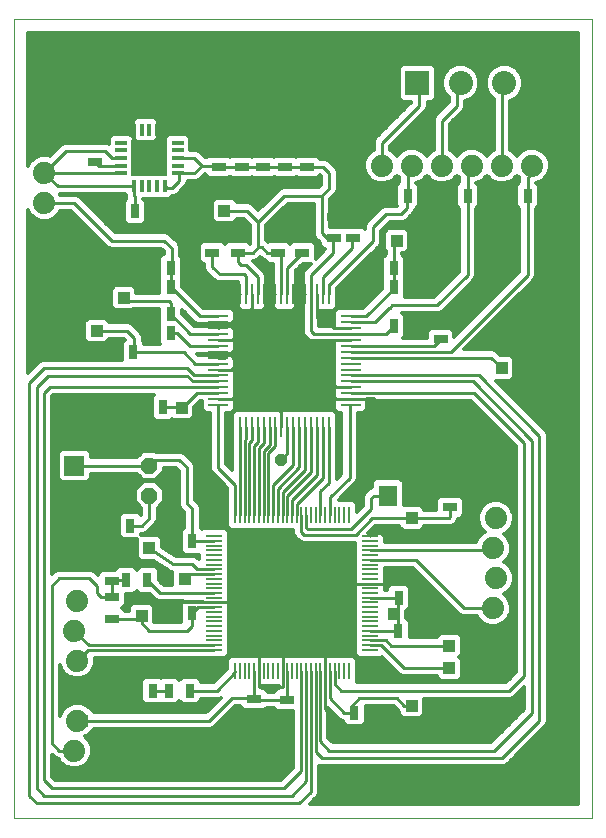
<source format=gtl>
G75*
G70*
%OFA0B0*%
%FSLAX24Y24*%
%IPPOS*%
%LPD*%
%AMOC8*
5,1,8,0,0,1.08239X$1,22.5*
%
%ADD10C,0.0000*%
%ADD11R,0.0660X0.0110*%
%ADD12R,0.0110X0.0660*%
%ADD13R,0.0390X0.0140*%
%ADD14R,0.0140X0.0390*%
%ADD15R,0.1240X0.1240*%
%ADD16R,0.0472X0.0315*%
%ADD17R,0.0650X0.0650*%
%ADD18C,0.0650*%
%ADD19R,0.0315X0.0472*%
%ADD20R,0.0800X0.0800*%
%ADD21C,0.0800*%
%ADD22C,0.0740*%
%ADD23OC8,0.0520*%
%ADD24R,0.0580X0.0090*%
%ADD25R,0.0090X0.0580*%
%ADD26R,0.0630X0.0709*%
%ADD27C,0.0100*%
%ADD28R,0.0396X0.0396*%
%ADD29C,0.0120*%
%ADD30OC8,0.0396*%
D10*
X000490Y000210D02*
X000490Y026830D01*
X019732Y026830D01*
X019732Y000210D01*
X000490Y000210D01*
D11*
X007280Y013980D03*
X007280Y014180D03*
X007280Y014380D03*
X007280Y014570D03*
X007280Y014770D03*
X007280Y014970D03*
X007280Y015160D03*
X007280Y015360D03*
X007280Y015560D03*
X007280Y015760D03*
X007280Y015950D03*
X007280Y016150D03*
X007280Y016350D03*
X007280Y016540D03*
X007280Y016740D03*
X007280Y016940D03*
X011700Y016940D03*
X011700Y016740D03*
X011700Y016540D03*
X011700Y016350D03*
X011700Y016150D03*
X011700Y015950D03*
X011700Y015760D03*
X011700Y015560D03*
X011700Y015360D03*
X011700Y015160D03*
X011700Y014970D03*
X011700Y014770D03*
X011700Y014570D03*
X011700Y014380D03*
X011700Y014180D03*
X011700Y013980D03*
D12*
X010970Y013250D03*
X010770Y013250D03*
X010570Y013250D03*
X010380Y013250D03*
X010180Y013250D03*
X009980Y013250D03*
X009790Y013250D03*
X009590Y013250D03*
X009390Y013250D03*
X009190Y013250D03*
X009000Y013250D03*
X008800Y013250D03*
X008600Y013250D03*
X008410Y013250D03*
X008210Y013250D03*
X008010Y013250D03*
X008010Y017670D03*
X008210Y017670D03*
X008410Y017670D03*
X008600Y017670D03*
X008800Y017670D03*
X009000Y017670D03*
X009190Y017670D03*
X009390Y017670D03*
X009590Y017670D03*
X009790Y017670D03*
X009980Y017670D03*
X010180Y017670D03*
X010380Y017670D03*
X010570Y017670D03*
X010770Y017670D03*
X010970Y017670D03*
D13*
X005930Y021700D03*
X005930Y021950D03*
X005930Y022210D03*
X005930Y022470D03*
X005930Y022720D03*
X004050Y022720D03*
X004050Y022470D03*
X004050Y022210D03*
X004050Y021950D03*
X004050Y021700D03*
D14*
X004480Y021270D03*
X004730Y021270D03*
X004990Y021270D03*
X005250Y021270D03*
X005500Y021270D03*
X005500Y023150D03*
X005250Y023150D03*
X004990Y023150D03*
X004730Y023150D03*
X004480Y023150D03*
D15*
X004990Y022210D03*
D16*
X003170Y022086D03*
X003170Y022794D03*
X007090Y019764D03*
X007090Y019056D03*
X007940Y019056D03*
X007940Y019764D03*
X009290Y019764D03*
X009290Y019056D03*
X010090Y019056D03*
X010090Y019764D03*
X011130Y019546D03*
X011130Y020254D03*
X011770Y020254D03*
X011770Y019546D03*
X010250Y021916D03*
X010250Y022624D03*
X009520Y022624D03*
X009520Y021916D03*
X008780Y021916D03*
X008780Y022624D03*
X008060Y022624D03*
X008060Y021916D03*
X007300Y021916D03*
X007300Y022624D03*
X014700Y016884D03*
X014700Y016176D03*
X015010Y011274D03*
X015010Y010566D03*
X009580Y004154D03*
X009580Y003446D03*
X008480Y003466D03*
X008480Y004174D03*
X003740Y006856D03*
X003740Y007564D03*
X003740Y008106D03*
X003740Y008814D03*
D17*
X002490Y011960D03*
D18*
X002490Y010960D03*
D19*
X003636Y009960D03*
X004344Y009960D03*
X004216Y008140D03*
X004924Y008140D03*
X005696Y007040D03*
X006404Y007040D03*
X006424Y009440D03*
X005716Y009440D03*
X005444Y013910D03*
X004736Y013910D03*
X004444Y015740D03*
X004986Y016370D03*
X004986Y017010D03*
X005694Y017010D03*
X005694Y016370D03*
X005694Y017910D03*
X005694Y018560D03*
X004986Y018560D03*
X004986Y017910D03*
X003736Y015740D03*
X004506Y020430D03*
X005214Y020430D03*
X012886Y020960D03*
X013594Y020960D03*
X014886Y020960D03*
X015594Y020960D03*
X016886Y020960D03*
X017594Y020960D03*
X013844Y018560D03*
X013844Y017910D03*
X013136Y017910D03*
X013136Y018560D03*
X013136Y016610D03*
X013844Y016610D03*
X014004Y007560D03*
X013296Y007560D03*
X013286Y006450D03*
X013994Y006450D03*
X012524Y003720D03*
X011816Y003720D03*
X006344Y004460D03*
X005636Y004460D03*
X005094Y004460D03*
X004386Y004460D03*
D20*
X013920Y024710D03*
D21*
X015368Y024710D03*
X016816Y024710D03*
D22*
X016740Y021960D03*
X015740Y021960D03*
X014740Y021960D03*
X013740Y021960D03*
X012740Y021960D03*
X017740Y021960D03*
X016540Y010210D03*
X016440Y009210D03*
X016540Y008210D03*
X016440Y007210D03*
X002590Y007460D03*
X002490Y006460D03*
X002590Y005460D03*
X002490Y004460D03*
X002590Y003460D03*
X002490Y002460D03*
X001490Y020710D03*
X001490Y021710D03*
X001490Y022710D03*
D23*
X004990Y011960D03*
X005740Y011460D03*
X004990Y010960D03*
D24*
X007140Y009600D03*
X007140Y009440D03*
X007140Y009280D03*
X007140Y009130D03*
X007140Y008970D03*
X007140Y008810D03*
X007140Y008650D03*
X007140Y008500D03*
X007140Y008340D03*
X007140Y008180D03*
X007140Y008020D03*
X007140Y007870D03*
X007140Y007710D03*
X007140Y007550D03*
X007140Y007400D03*
X007140Y007240D03*
X007140Y007080D03*
X007140Y006920D03*
X007140Y006770D03*
X007140Y006610D03*
X007140Y006450D03*
X007140Y006290D03*
X007140Y006140D03*
X007140Y005980D03*
X007140Y005820D03*
X012340Y005820D03*
X012340Y005980D03*
X012340Y006140D03*
X012340Y006290D03*
X012340Y006450D03*
X012340Y006610D03*
X012340Y006770D03*
X012340Y006920D03*
X012340Y007080D03*
X012340Y007240D03*
X012340Y007400D03*
X012340Y007550D03*
X012340Y007710D03*
X012340Y007870D03*
X012340Y008020D03*
X012340Y008180D03*
X012340Y008340D03*
X012340Y008500D03*
X012340Y008650D03*
X012340Y008810D03*
X012340Y008970D03*
X012340Y009130D03*
X012340Y009280D03*
X012340Y009440D03*
X012340Y009600D03*
D25*
X011630Y010310D03*
X011470Y010310D03*
X011310Y010310D03*
X011160Y010310D03*
X011000Y010310D03*
X010840Y010310D03*
X010680Y010310D03*
X010530Y010310D03*
X010370Y010310D03*
X010210Y010310D03*
X010050Y010310D03*
X009900Y010310D03*
X009740Y010310D03*
X009580Y010310D03*
X009430Y010310D03*
X009270Y010310D03*
X009110Y010310D03*
X008950Y010310D03*
X008800Y010310D03*
X008640Y010310D03*
X008480Y010310D03*
X008320Y010310D03*
X008170Y010310D03*
X008010Y010310D03*
X007850Y010310D03*
X007850Y005110D03*
X008010Y005110D03*
X008170Y005110D03*
X008320Y005110D03*
X008480Y005110D03*
X008640Y005110D03*
X008800Y005110D03*
X008950Y005110D03*
X009110Y005110D03*
X009270Y005110D03*
X009430Y005110D03*
X009580Y005110D03*
X009740Y005110D03*
X009900Y005110D03*
X010050Y005110D03*
X010210Y005110D03*
X010370Y005110D03*
X010530Y005110D03*
X010680Y005110D03*
X010840Y005110D03*
X011000Y005110D03*
X011160Y005110D03*
X011310Y005110D03*
X011470Y005110D03*
X011630Y005110D03*
D26*
X012939Y010960D03*
X014041Y010960D03*
D27*
X013740Y010210D02*
X014990Y010210D01*
X015010Y010230D01*
X015010Y010566D01*
X013740Y010210D02*
X012410Y010210D01*
X011860Y009660D01*
X010150Y009660D01*
X010050Y009760D01*
X010050Y010310D01*
X009900Y010310D02*
X009900Y010670D01*
X010770Y011540D01*
X010770Y013250D01*
X010570Y013250D02*
X010570Y011640D01*
X009740Y010810D01*
X009740Y010310D01*
X009580Y010310D02*
X009580Y010930D01*
X010380Y011730D01*
X010380Y013250D01*
X010370Y013240D01*
X010180Y013250D02*
X010180Y011820D01*
X009430Y011070D01*
X009430Y010310D01*
X009270Y010310D02*
X009270Y011190D01*
X009980Y011900D01*
X009980Y013250D01*
X009790Y013250D02*
X009790Y011980D01*
X009110Y011300D01*
X009110Y010310D01*
X008950Y010310D02*
X008950Y012370D01*
X009190Y012610D01*
X009190Y013250D01*
X009000Y013250D02*
X009000Y012640D01*
X008800Y012440D01*
X008800Y010310D01*
X008640Y010310D02*
X008640Y012540D01*
X008800Y012700D01*
X008800Y013250D01*
X008600Y013250D02*
X008600Y012730D01*
X008480Y012610D01*
X008480Y010310D01*
X008320Y010310D02*
X008320Y012720D01*
X008410Y012810D01*
X008410Y013250D01*
X008210Y013250D02*
X008210Y012840D01*
X008170Y012800D01*
X008170Y010310D01*
X008010Y010310D02*
X008010Y013250D01*
X007810Y014180D02*
X007820Y014190D01*
X007810Y014180D02*
X007280Y014180D01*
X007280Y013980D02*
X007280Y011890D01*
X007850Y011320D01*
X007850Y010310D01*
X007140Y009440D02*
X006424Y009440D01*
X006424Y010526D01*
X006240Y010710D01*
X006240Y011900D01*
X005990Y012150D01*
X005180Y012150D01*
X004990Y011960D01*
X002490Y011960D01*
X002490Y009960D02*
X003636Y009960D01*
X004344Y009960D02*
X004740Y009960D01*
X004990Y010210D01*
X004990Y010960D01*
X004990Y009210D02*
X005780Y008670D01*
X006410Y008670D01*
X006580Y008500D01*
X007140Y008500D01*
X007140Y008340D02*
X006330Y008340D01*
X006160Y008170D01*
X005990Y007460D02*
X005240Y007460D01*
X005354Y007710D02*
X004924Y008140D01*
X005354Y007710D02*
X007140Y007710D01*
X007140Y007400D02*
X006800Y007400D01*
X006740Y007460D01*
X005990Y007460D01*
X006050Y007400D01*
X007140Y007400D01*
X007690Y007400D01*
X007710Y007380D01*
X007140Y007240D02*
X006604Y007240D01*
X006404Y007040D01*
X006404Y006624D01*
X006240Y006460D01*
X004990Y006460D01*
X004740Y006710D01*
X004740Y006960D01*
X004636Y006856D01*
X003740Y006856D01*
X003740Y007564D02*
X003386Y007564D01*
X003240Y007710D01*
X003240Y007960D01*
X002990Y008210D01*
X001990Y008210D01*
X001740Y007960D01*
X001740Y002710D01*
X001990Y002460D01*
X002490Y002460D01*
X002740Y003460D02*
X006990Y003460D01*
X007740Y004210D01*
X008444Y004210D01*
X008480Y004174D01*
X008500Y004154D01*
X009580Y004154D01*
X009580Y005110D01*
X009430Y005110D02*
X009430Y004580D01*
X009420Y004570D01*
X009400Y004580D02*
X009420Y004600D01*
X009400Y004580D02*
X009130Y004580D01*
X009120Y004590D01*
X008640Y004590D01*
X008630Y004580D01*
X008640Y004590D02*
X008640Y005110D01*
X008640Y005620D01*
X008730Y005710D01*
X009490Y005710D01*
X009740Y005710D01*
X009490Y005710D02*
X009430Y005650D01*
X009430Y005110D01*
X010050Y005110D02*
X010050Y001770D01*
X009490Y001210D01*
X001740Y001210D01*
X001480Y001470D01*
X001480Y014390D01*
X001660Y014570D01*
X007280Y014570D01*
X007280Y014380D02*
X006560Y014380D01*
X006060Y013880D01*
X006030Y013910D01*
X005444Y013910D01*
X006430Y014770D02*
X006240Y014960D01*
X001610Y014960D01*
X001240Y014590D01*
X001240Y001210D01*
X001490Y000960D01*
X009740Y000960D01*
X010210Y001430D01*
X010210Y005110D01*
X010370Y005110D02*
X010370Y001090D01*
X009990Y000710D01*
X001240Y000710D01*
X000990Y000960D01*
X000990Y014710D01*
X001490Y015210D01*
X006240Y015210D01*
X006480Y014970D01*
X007280Y014970D01*
X007280Y015160D02*
X007780Y015160D01*
X007900Y015280D01*
X007900Y015540D01*
X007790Y015650D01*
X007560Y015650D01*
X007470Y015560D01*
X007280Y015560D01*
X007280Y015760D01*
X007420Y015760D01*
X007520Y015660D01*
X007790Y015660D01*
X007840Y015710D01*
X007840Y016120D01*
X007810Y016150D01*
X007280Y016150D01*
X007280Y015950D02*
X006340Y015950D01*
X005920Y016370D01*
X005694Y016370D01*
X006140Y015740D02*
X004444Y015740D01*
X004490Y015786D01*
X004490Y016210D01*
X004240Y016460D01*
X003240Y016460D01*
X004240Y017440D02*
X004130Y017550D01*
X004240Y017440D02*
X005640Y017440D01*
X005694Y017386D01*
X005694Y017010D01*
X006354Y016350D01*
X007280Y016350D01*
X007280Y016540D02*
X007280Y016550D01*
X007350Y016620D01*
X007660Y016620D01*
X007670Y016630D01*
X007760Y016650D02*
X007770Y016660D01*
X007760Y016650D02*
X007320Y016650D01*
X007280Y016690D01*
X007280Y016740D01*
X007280Y016540D01*
X007280Y016940D02*
X006664Y016940D01*
X005694Y017910D01*
X005694Y018560D01*
X005740Y018606D01*
X005740Y019210D01*
X005490Y019460D01*
X003740Y019460D01*
X002490Y020710D01*
X001490Y020710D01*
X001930Y021270D02*
X001490Y021710D01*
X002220Y022440D01*
X003520Y022440D01*
X003750Y022210D01*
X004050Y022210D01*
X004050Y021950D02*
X003306Y021950D01*
X003170Y022086D01*
X004050Y021700D02*
X001490Y021700D01*
X001490Y021710D01*
X001930Y021270D02*
X004480Y021270D01*
X004480Y020930D01*
X004506Y020930D01*
X004506Y020430D01*
X005500Y021270D02*
X005560Y021210D01*
X005740Y021210D01*
X005990Y021460D01*
X005990Y021700D01*
X005930Y021700D01*
X006480Y021700D01*
X006740Y021960D01*
X006490Y022210D01*
X005930Y022210D01*
X006740Y021960D02*
X007136Y021960D01*
X007300Y021916D01*
X008060Y021916D01*
X008780Y021916D01*
X009520Y021916D01*
X010250Y021916D01*
X010784Y021916D01*
X010990Y021710D01*
X010990Y021210D01*
X010740Y020960D01*
X010740Y019710D01*
X010904Y019546D01*
X011130Y019546D01*
X011120Y019536D01*
X011120Y019050D01*
X010380Y018310D01*
X010380Y017670D01*
X010380Y016430D01*
X010460Y016350D01*
X011700Y016350D01*
X012876Y016350D01*
X013136Y016610D01*
X013000Y017210D02*
X013090Y017300D01*
X014580Y017300D01*
X015594Y018314D01*
X015594Y020960D01*
X015594Y021814D01*
X015740Y021960D01*
X014740Y021960D02*
X014740Y023460D01*
X015240Y023960D01*
X015240Y024582D01*
X015368Y024710D01*
X016740Y024634D02*
X016816Y024710D01*
X016740Y024634D02*
X016740Y021960D01*
X017594Y021564D02*
X017594Y020960D01*
X017594Y018314D01*
X015040Y015760D01*
X011700Y015760D01*
X011700Y015950D02*
X014474Y015950D01*
X014700Y016176D01*
X015770Y014770D02*
X017750Y012790D01*
X017750Y003720D01*
X016490Y002460D01*
X010990Y002460D01*
X010680Y002770D01*
X010680Y005110D01*
X010530Y005110D02*
X010530Y002420D01*
X010740Y002210D01*
X016740Y002210D01*
X017990Y003460D01*
X017990Y012960D01*
X015980Y014970D01*
X011700Y014970D01*
X011700Y014770D02*
X015770Y014770D01*
X015820Y014380D02*
X017490Y012710D01*
X017490Y004960D01*
X016990Y004460D01*
X011380Y004460D01*
X011160Y004680D01*
X011160Y005110D01*
X011000Y005110D02*
X011000Y004200D01*
X011490Y003710D01*
X011806Y003710D01*
X011816Y003720D01*
X011740Y003796D01*
X011740Y003960D01*
X011990Y004210D01*
X013240Y004210D01*
X013490Y003960D01*
X013740Y003960D01*
X013490Y005210D02*
X014990Y005210D01*
X014990Y005960D02*
X013050Y005960D01*
X012870Y006140D01*
X012340Y006140D01*
X012340Y005980D02*
X012720Y005980D01*
X013490Y005210D01*
X013286Y006450D02*
X013286Y006960D01*
X013246Y007000D01*
X013140Y007000D01*
X013286Y006960D02*
X013286Y007550D01*
X013296Y007560D01*
X013286Y007550D02*
X012340Y007550D01*
X012340Y008020D02*
X011800Y008020D01*
X012340Y008020D02*
X012850Y008020D01*
X012870Y008040D01*
X012340Y008810D02*
X013890Y008810D01*
X015490Y007210D01*
X016440Y007210D01*
X016360Y009130D02*
X016440Y009210D01*
X016360Y009130D02*
X012340Y009130D01*
X012340Y009600D02*
X012340Y009700D01*
X012330Y009700D01*
X012320Y009710D01*
X011720Y009840D02*
X012390Y010510D01*
X012390Y010890D01*
X012460Y010960D01*
X012939Y010960D01*
X011660Y011560D02*
X011660Y013940D01*
X011700Y013980D01*
X011700Y014180D02*
X012210Y014180D01*
X012240Y014210D01*
X012490Y014210D01*
X011700Y014180D02*
X011180Y014180D01*
X011170Y014190D01*
X010990Y014460D02*
X011100Y014570D01*
X011180Y014570D01*
X011160Y014550D01*
X011180Y014570D02*
X011700Y014570D01*
X011700Y014380D02*
X015820Y014380D01*
X016740Y015210D02*
X016390Y015560D01*
X011700Y015560D01*
X011700Y016150D02*
X010180Y016150D01*
X009990Y015960D01*
X010740Y016710D02*
X010960Y016710D01*
X011130Y016540D01*
X011700Y016540D01*
X011700Y016740D02*
X012520Y016740D01*
X012990Y017210D01*
X013000Y017210D01*
X013136Y017856D02*
X013136Y017910D01*
X013136Y018560D01*
X013136Y019356D01*
X013240Y019460D01*
X013390Y020350D02*
X012890Y020350D01*
X012440Y019900D01*
X012440Y019440D01*
X010970Y017970D01*
X010970Y017670D01*
X010770Y017670D02*
X010770Y018240D01*
X011740Y019210D01*
X011740Y019516D01*
X011770Y019546D01*
X010740Y020960D02*
X009490Y020960D01*
X008620Y020090D01*
X008250Y020460D01*
X007490Y020460D01*
X007090Y019056D02*
X007090Y018580D01*
X007330Y018340D01*
X008140Y018340D01*
X008210Y018270D01*
X008210Y017670D01*
X008010Y017670D02*
X007910Y017670D01*
X008410Y017670D02*
X008410Y017150D01*
X008600Y017670D02*
X008600Y018240D01*
X008210Y018630D01*
X008040Y018630D01*
X007940Y018730D01*
X007940Y019056D01*
X008436Y019056D01*
X008620Y019240D01*
X008740Y019240D01*
X008920Y019060D01*
X009286Y019060D01*
X009290Y019056D01*
X009390Y018956D01*
X009390Y017670D01*
X009190Y017670D02*
X009000Y017670D01*
X008800Y017670D01*
X009590Y017670D02*
X009590Y018560D01*
X009740Y018710D01*
X009744Y018710D01*
X010090Y019056D01*
X010180Y017670D02*
X009980Y017670D01*
X009790Y017670D01*
X010570Y017670D02*
X010570Y017160D01*
X010580Y017150D01*
X010580Y016870D01*
X010740Y016710D01*
X011120Y016150D02*
X011100Y016130D01*
X011120Y016150D02*
X011700Y016150D01*
X011700Y016940D02*
X012220Y016940D01*
X013136Y017856D01*
X013390Y020350D02*
X013590Y020550D01*
X013590Y020956D01*
X013594Y020960D01*
X013594Y021814D01*
X013740Y021960D01*
X012740Y021960D02*
X012740Y022710D01*
X013990Y023960D01*
X013990Y024640D01*
X013920Y024710D01*
X017594Y021564D02*
X017740Y021710D01*
X017740Y021960D01*
X010970Y013250D02*
X010970Y011390D01*
X010680Y011100D01*
X010680Y010310D01*
X011000Y010310D02*
X011000Y010900D01*
X011660Y011560D01*
X011720Y009840D02*
X010260Y009840D01*
X010210Y009890D01*
X010210Y010310D01*
X009370Y012150D02*
X009590Y012370D01*
X009590Y013250D01*
X009390Y013250D02*
X009390Y013810D01*
X007280Y014770D02*
X006430Y014770D01*
X006520Y015360D02*
X006140Y015740D01*
X006520Y015360D02*
X007280Y015360D01*
X008620Y019240D02*
X008620Y020090D01*
X004990Y022210D02*
X004480Y022720D01*
X004480Y023150D01*
X004216Y008140D02*
X003774Y008140D01*
X003740Y008106D01*
X003740Y007564D01*
X002490Y006460D02*
X002970Y005980D01*
X007140Y005980D01*
X007140Y005820D02*
X002950Y005820D01*
X002590Y005460D01*
X005094Y004460D02*
X005636Y004460D01*
X006344Y004460D02*
X007240Y004460D01*
X007850Y005070D01*
X007850Y005110D01*
X008480Y005110D02*
X008480Y004174D01*
X010490Y005710D02*
X010740Y005710D01*
X010840Y005610D01*
X010840Y005110D01*
X010840Y003860D01*
X010990Y003710D01*
X012340Y006450D02*
X013286Y006450D01*
D28*
X013140Y007000D03*
X014990Y005960D03*
X014990Y005210D03*
X013740Y003960D03*
X012240Y001460D03*
X006990Y002210D03*
X004740Y006960D03*
X006160Y008170D03*
X004990Y009210D03*
X002490Y009960D03*
X006060Y013880D03*
X003240Y016460D03*
X004130Y017550D03*
X002990Y018390D03*
X001240Y018640D03*
X001240Y017890D03*
X001240Y019390D03*
X006990Y017710D03*
X007490Y020460D03*
X009740Y020210D03*
X011990Y017710D03*
X013240Y019460D03*
X016740Y018960D03*
X017240Y015960D03*
X016740Y015210D03*
X017990Y015960D03*
X013740Y010210D03*
X002740Y003460D03*
D29*
X003006Y003878D02*
X002924Y003960D01*
X002707Y004050D01*
X002473Y004050D01*
X002256Y003960D01*
X002090Y003794D01*
X002010Y003601D01*
X002010Y005319D01*
X002090Y005126D01*
X002256Y004960D01*
X002473Y004870D01*
X002707Y004870D01*
X002924Y004960D01*
X003090Y005126D01*
X003180Y005343D01*
X003180Y005550D01*
X007194Y005550D01*
X007206Y005555D01*
X007521Y005555D01*
X007650Y005684D01*
X007650Y007376D01*
X007631Y007395D01*
X007650Y007414D01*
X007650Y009736D01*
X007521Y009865D01*
X006759Y009865D01*
X006732Y009838D01*
X006694Y009875D01*
X006694Y010579D01*
X006653Y010679D01*
X006510Y010822D01*
X006510Y011954D01*
X006469Y012053D01*
X006219Y012303D01*
X006143Y012379D01*
X006044Y012420D01*
X005209Y012420D01*
X005189Y012440D01*
X004791Y012440D01*
X004581Y012230D01*
X003035Y012230D01*
X003035Y012376D01*
X002906Y012505D01*
X002074Y012505D01*
X001945Y012376D01*
X001945Y011544D01*
X002074Y011415D01*
X002906Y011415D01*
X003035Y011544D01*
X003035Y011690D01*
X004581Y011690D01*
X004791Y011480D01*
X005189Y011480D01*
X005470Y011761D01*
X005470Y011880D01*
X005878Y011880D01*
X005970Y011788D01*
X005970Y010656D01*
X006011Y010557D01*
X006087Y010481D01*
X006154Y010414D01*
X006154Y009875D01*
X006047Y009767D01*
X006047Y009113D01*
X006176Y008984D01*
X006630Y008984D01*
X006630Y008832D01*
X006563Y008899D01*
X006464Y008940D01*
X005863Y008940D01*
X005408Y009251D01*
X005408Y009499D01*
X005279Y009628D01*
X004717Y009628D01*
X004722Y009633D01*
X004722Y009690D01*
X004794Y009690D01*
X004893Y009731D01*
X005143Y009981D01*
X005219Y010057D01*
X005260Y010156D01*
X005260Y010551D01*
X005470Y010761D01*
X005470Y011159D01*
X005189Y011440D01*
X004791Y011440D01*
X004510Y011159D01*
X004510Y010761D01*
X004720Y010551D01*
X004720Y010322D01*
X004704Y010305D01*
X004593Y010416D01*
X004096Y010416D01*
X003967Y010287D01*
X003967Y009633D01*
X004096Y009504D01*
X004576Y009504D01*
X004572Y009499D01*
X004572Y008921D01*
X004701Y008792D01*
X005123Y008792D01*
X005607Y008461D01*
X005627Y008441D01*
X005651Y008431D01*
X005672Y008417D01*
X005700Y008411D01*
X005726Y008400D01*
X005742Y008400D01*
X005742Y007980D01*
X005466Y007980D01*
X005302Y008144D01*
X005302Y008467D01*
X005173Y008596D01*
X004676Y008596D01*
X004570Y008490D01*
X004464Y008596D01*
X003967Y008596D01*
X003854Y008483D01*
X003413Y008483D01*
X003284Y008354D01*
X003284Y008298D01*
X003219Y008363D01*
X003143Y008439D01*
X003044Y008480D01*
X001936Y008480D01*
X001837Y008439D01*
X001750Y008352D01*
X001750Y014278D01*
X001772Y014300D01*
X005130Y014300D01*
X005067Y014237D01*
X005067Y013583D01*
X005196Y013454D01*
X005693Y013454D01*
X005736Y013497D01*
X005771Y013462D01*
X006349Y013462D01*
X006478Y013591D01*
X006478Y013916D01*
X006672Y014110D01*
X006730Y014110D01*
X006730Y013834D01*
X006859Y013705D01*
X007010Y013705D01*
X007010Y011836D01*
X007051Y011737D01*
X007127Y011661D01*
X007580Y011208D01*
X007580Y010256D01*
X007585Y010244D01*
X007585Y009929D01*
X007714Y009800D01*
X009780Y009800D01*
X009780Y009706D01*
X009821Y009607D01*
X009921Y009507D01*
X009997Y009431D01*
X010096Y009390D01*
X011830Y009390D01*
X011830Y008044D01*
X011849Y008025D01*
X011830Y008006D01*
X011830Y005684D01*
X011959Y005555D01*
X012721Y005555D01*
X012742Y005576D01*
X013261Y005057D01*
X013337Y004981D01*
X013436Y004940D01*
X014572Y004940D01*
X014572Y004921D01*
X014701Y004792D01*
X015279Y004792D01*
X015408Y004921D01*
X015408Y005499D01*
X015322Y005585D01*
X015408Y005671D01*
X015408Y006249D01*
X015279Y006378D01*
X014701Y006378D01*
X014572Y006249D01*
X014572Y006230D01*
X013663Y006230D01*
X013663Y006777D01*
X013558Y006882D01*
X013558Y007118D01*
X013673Y007233D01*
X013673Y007887D01*
X013544Y008016D01*
X013047Y008016D01*
X012918Y007887D01*
X012918Y007820D01*
X012850Y007820D01*
X012850Y008006D01*
X012831Y008025D01*
X012850Y008044D01*
X012850Y008540D01*
X013778Y008540D01*
X015261Y007057D01*
X015337Y006981D01*
X015436Y006940D01*
X015913Y006940D01*
X015940Y006876D01*
X016106Y006710D01*
X016323Y006620D01*
X016557Y006620D01*
X016774Y006710D01*
X016940Y006876D01*
X017030Y007093D01*
X017030Y007327D01*
X016940Y007544D01*
X016804Y007681D01*
X016874Y007710D01*
X017040Y007876D01*
X017130Y008093D01*
X017130Y008327D01*
X017040Y008544D01*
X016874Y008710D01*
X016804Y008739D01*
X016940Y008876D01*
X017030Y009093D01*
X017030Y009327D01*
X016940Y009544D01*
X016804Y009681D01*
X016874Y009710D01*
X017040Y009876D01*
X017130Y010093D01*
X017130Y010327D01*
X017040Y010544D01*
X016874Y010710D01*
X016657Y010800D01*
X016423Y010800D01*
X016206Y010710D01*
X016040Y010544D01*
X015950Y010327D01*
X015950Y010093D01*
X016040Y009876D01*
X016176Y009739D01*
X016106Y009710D01*
X015940Y009544D01*
X015880Y009400D01*
X012850Y009400D01*
X012850Y009576D01*
X012721Y009705D01*
X012287Y009705D01*
X012522Y009940D01*
X013322Y009940D01*
X013322Y009921D01*
X013451Y009792D01*
X014029Y009792D01*
X014158Y009921D01*
X014158Y009940D01*
X015044Y009940D01*
X015143Y009981D01*
X015219Y010057D01*
X015219Y010057D01*
X015239Y010077D01*
X015280Y010176D01*
X015280Y010188D01*
X015337Y010188D01*
X015466Y010317D01*
X015466Y010814D01*
X015337Y010943D01*
X014683Y010943D01*
X014554Y010814D01*
X014554Y010480D01*
X014158Y010480D01*
X014158Y010499D01*
X014029Y010628D01*
X013474Y010628D01*
X013474Y011405D01*
X013345Y011534D01*
X012533Y011534D01*
X012404Y011405D01*
X012404Y011229D01*
X012307Y011189D01*
X012231Y011113D01*
X012161Y011043D01*
X012120Y010944D01*
X012120Y010622D01*
X011895Y010397D01*
X011895Y010691D01*
X011766Y010820D01*
X011302Y010820D01*
X011813Y011331D01*
X011889Y011407D01*
X011930Y011506D01*
X011930Y013705D01*
X012121Y013705D01*
X012250Y013834D01*
X012250Y014110D01*
X015708Y014110D01*
X017220Y012598D01*
X017220Y005072D01*
X016878Y004730D01*
X011895Y004730D01*
X011895Y005491D01*
X011766Y005620D01*
X010864Y005620D01*
X010840Y005596D01*
X010816Y005620D01*
X009444Y005620D01*
X009425Y005601D01*
X009406Y005620D01*
X008664Y005620D01*
X008640Y005596D01*
X008616Y005620D01*
X007714Y005620D01*
X007585Y005491D01*
X007585Y005187D01*
X007128Y004730D01*
X006722Y004730D01*
X006722Y004787D01*
X006593Y004916D01*
X006096Y004916D01*
X005990Y004810D01*
X005884Y004916D01*
X005387Y004916D01*
X005365Y004894D01*
X005343Y004916D01*
X004846Y004916D01*
X004717Y004787D01*
X004717Y004133D01*
X004846Y004004D01*
X005343Y004004D01*
X005365Y004026D01*
X005387Y004004D01*
X005884Y004004D01*
X005990Y004110D01*
X006096Y004004D01*
X006593Y004004D01*
X006722Y004133D01*
X006722Y004190D01*
X007294Y004190D01*
X007370Y004221D01*
X006878Y003730D01*
X003158Y003730D01*
X003158Y003749D01*
X003029Y003878D01*
X003006Y003878D01*
X002975Y003910D02*
X007058Y003910D01*
X007176Y004028D02*
X006617Y004028D01*
X006722Y004147D02*
X007295Y004147D01*
X006939Y003791D02*
X003116Y003791D01*
X002760Y004028D02*
X004821Y004028D01*
X004717Y004147D02*
X002010Y004147D01*
X002010Y004265D02*
X004717Y004265D01*
X004717Y004384D02*
X002010Y004384D01*
X002010Y004502D02*
X004717Y004502D01*
X004717Y004621D02*
X002010Y004621D01*
X002010Y004739D02*
X004717Y004739D01*
X004787Y004858D02*
X002010Y004858D01*
X002010Y004976D02*
X002240Y004976D01*
X002121Y005095D02*
X002010Y005095D01*
X002010Y005213D02*
X002054Y005213D01*
X002940Y004976D02*
X007374Y004976D01*
X007256Y004858D02*
X006652Y004858D01*
X006722Y004739D02*
X007137Y004739D01*
X007493Y005095D02*
X003059Y005095D01*
X003126Y005213D02*
X007585Y005213D01*
X007585Y005332D02*
X003175Y005332D01*
X003180Y005450D02*
X007585Y005450D01*
X007535Y005569D02*
X007662Y005569D01*
X007650Y005687D02*
X011830Y005687D01*
X011830Y005806D02*
X007650Y005806D01*
X007650Y005924D02*
X011830Y005924D01*
X011830Y006043D02*
X007650Y006043D01*
X007650Y006161D02*
X011830Y006161D01*
X011830Y006280D02*
X007650Y006280D01*
X007650Y006398D02*
X011830Y006398D01*
X011830Y006517D02*
X007650Y006517D01*
X007650Y006635D02*
X011830Y006635D01*
X011830Y006754D02*
X007650Y006754D01*
X007650Y006872D02*
X011830Y006872D01*
X011830Y006991D02*
X007650Y006991D01*
X007650Y007109D02*
X011830Y007109D01*
X011830Y007228D02*
X007650Y007228D01*
X007650Y007346D02*
X011830Y007346D01*
X011830Y007465D02*
X007650Y007465D01*
X007650Y007583D02*
X011830Y007583D01*
X011830Y007702D02*
X007650Y007702D01*
X007650Y007820D02*
X011830Y007820D01*
X011830Y007939D02*
X007650Y007939D01*
X007650Y008057D02*
X011830Y008057D01*
X011830Y008176D02*
X007650Y008176D01*
X007650Y008294D02*
X011830Y008294D01*
X011830Y008413D02*
X007650Y008413D01*
X007650Y008531D02*
X011830Y008531D01*
X011830Y008650D02*
X007650Y008650D01*
X007650Y008768D02*
X011830Y008768D01*
X011830Y008887D02*
X007650Y008887D01*
X007650Y009005D02*
X011830Y009005D01*
X011830Y009124D02*
X007650Y009124D01*
X007650Y009242D02*
X011830Y009242D01*
X011830Y009361D02*
X007650Y009361D01*
X007650Y009479D02*
X009949Y009479D01*
X009831Y009598D02*
X007650Y009598D01*
X007650Y009716D02*
X009780Y009716D01*
X011240Y011522D02*
X011240Y012824D01*
X011245Y012829D01*
X011245Y013671D01*
X011116Y013800D01*
X009444Y013800D01*
X009390Y013746D01*
X009336Y013800D01*
X007864Y013800D01*
X007735Y013671D01*
X007735Y012829D01*
X007740Y012824D01*
X007740Y011812D01*
X007550Y012002D01*
X007550Y013705D01*
X007701Y013705D01*
X007830Y013834D01*
X007830Y014126D01*
X007776Y014180D01*
X007830Y014234D01*
X007830Y015116D01*
X007781Y015165D01*
X007830Y015214D01*
X007830Y015506D01*
X007701Y015635D01*
X006859Y015635D01*
X006854Y015630D01*
X006632Y015630D01*
X006582Y015680D01*
X006854Y015680D01*
X006859Y015675D01*
X007701Y015675D01*
X007830Y015804D01*
X007830Y016096D01*
X007776Y016150D01*
X007830Y016204D01*
X007830Y016496D01*
X007701Y016625D01*
X006859Y016625D01*
X006854Y016620D01*
X006466Y016620D01*
X006072Y017014D01*
X006072Y017151D01*
X006511Y016711D01*
X006611Y016670D01*
X006854Y016670D01*
X006859Y016665D01*
X007701Y016665D01*
X007830Y016794D01*
X007830Y017086D01*
X007701Y017215D01*
X006859Y017215D01*
X006854Y017210D01*
X006776Y017210D01*
X006072Y017914D01*
X006072Y018887D01*
X006010Y018949D01*
X006010Y019264D01*
X005969Y019363D01*
X005893Y019439D01*
X005643Y019689D01*
X005544Y019730D01*
X003852Y019730D01*
X002643Y020939D01*
X002544Y020980D01*
X002017Y020980D01*
X002008Y021000D01*
X004190Y021000D01*
X004190Y020984D01*
X004210Y020964D01*
X004210Y020876D01*
X004221Y020850D01*
X004128Y020757D01*
X004128Y020103D01*
X004257Y019974D01*
X004754Y019974D01*
X004883Y020103D01*
X004883Y020757D01*
X004785Y020855D01*
X005661Y020855D01*
X005746Y020940D01*
X005794Y020940D01*
X005893Y020981D01*
X005969Y021057D01*
X006219Y021307D01*
X006260Y021406D01*
X006260Y021430D01*
X006534Y021430D01*
X006633Y021471D01*
X006844Y021682D01*
X006844Y021667D01*
X006973Y021538D01*
X007627Y021538D01*
X007680Y021591D01*
X007733Y021538D01*
X008387Y021538D01*
X008420Y021571D01*
X008453Y021538D01*
X009107Y021538D01*
X009150Y021581D01*
X009193Y021538D01*
X009847Y021538D01*
X009885Y021576D01*
X009923Y021538D01*
X010577Y021538D01*
X010679Y021640D01*
X010720Y021598D01*
X010720Y021322D01*
X010628Y021230D01*
X009436Y021230D01*
X009337Y021189D01*
X008620Y020472D01*
X008403Y020689D01*
X008304Y020730D01*
X007908Y020730D01*
X007908Y020749D01*
X007779Y020878D01*
X007201Y020878D01*
X007072Y020749D01*
X007072Y020171D01*
X007201Y020042D01*
X007779Y020042D01*
X007908Y020171D01*
X007908Y020190D01*
X008138Y020190D01*
X008350Y019978D01*
X008350Y019352D01*
X008349Y019351D01*
X008267Y019433D01*
X007613Y019433D01*
X007515Y019335D01*
X007417Y019433D01*
X006763Y019433D01*
X006634Y019304D01*
X006634Y018807D01*
X006763Y018678D01*
X006820Y018678D01*
X006820Y018526D01*
X006861Y018427D01*
X006937Y018351D01*
X007177Y018111D01*
X007276Y018070D01*
X007935Y018070D01*
X007935Y017249D01*
X008064Y017120D01*
X008356Y017120D01*
X008405Y017169D01*
X008454Y017120D01*
X008746Y017120D01*
X008875Y017249D01*
X008875Y018091D01*
X008870Y018096D01*
X008870Y018294D01*
X008829Y018393D01*
X008439Y018783D01*
X008436Y018786D01*
X008489Y018786D01*
X008589Y018827D01*
X008680Y018918D01*
X008691Y018907D01*
X008767Y018831D01*
X008840Y018801D01*
X008963Y018678D01*
X009120Y018678D01*
X009120Y018096D01*
X009115Y018091D01*
X009115Y017249D01*
X009244Y017120D01*
X009736Y017120D01*
X009865Y017249D01*
X009865Y018091D01*
X009860Y018096D01*
X009860Y018448D01*
X009890Y018478D01*
X009897Y018481D01*
X010094Y018678D01*
X010366Y018678D01*
X010151Y018463D01*
X010110Y018364D01*
X010110Y018096D01*
X010105Y018091D01*
X010105Y017249D01*
X010110Y017244D01*
X010110Y016376D01*
X010151Y016277D01*
X010231Y016197D01*
X010307Y016121D01*
X010406Y016080D01*
X011150Y016080D01*
X011150Y014624D01*
X011199Y014575D01*
X011150Y014526D01*
X011150Y014234D01*
X011204Y014180D01*
X011150Y014126D01*
X011150Y013834D01*
X011279Y013705D01*
X011390Y013705D01*
X011390Y011672D01*
X011240Y011522D01*
X011240Y011612D02*
X011330Y011612D01*
X011390Y011731D02*
X011240Y011731D01*
X011240Y011849D02*
X011390Y011849D01*
X011390Y011968D02*
X011240Y011968D01*
X011240Y012086D02*
X011390Y012086D01*
X011390Y012205D02*
X011240Y012205D01*
X011240Y012323D02*
X011390Y012323D01*
X011390Y012442D02*
X011240Y012442D01*
X011240Y012560D02*
X011390Y012560D01*
X011390Y012679D02*
X011240Y012679D01*
X011240Y012797D02*
X011390Y012797D01*
X011390Y012916D02*
X011245Y012916D01*
X011245Y013034D02*
X011390Y013034D01*
X011390Y013153D02*
X011245Y013153D01*
X011245Y013271D02*
X011390Y013271D01*
X011390Y013390D02*
X011245Y013390D01*
X011245Y013508D02*
X011390Y013508D01*
X011390Y013627D02*
X011245Y013627D01*
X011239Y013745D02*
X011171Y013745D01*
X011150Y013864D02*
X007830Y013864D01*
X007830Y013982D02*
X011150Y013982D01*
X011150Y014101D02*
X007830Y014101D01*
X007815Y014219D02*
X011165Y014219D01*
X011150Y014338D02*
X007830Y014338D01*
X007830Y014456D02*
X011150Y014456D01*
X011198Y014575D02*
X007830Y014575D01*
X007830Y014693D02*
X011150Y014693D01*
X011150Y014812D02*
X007830Y014812D01*
X007830Y014930D02*
X011150Y014930D01*
X011150Y015049D02*
X007830Y015049D01*
X007783Y015167D02*
X011150Y015167D01*
X011150Y015286D02*
X007830Y015286D01*
X007830Y015404D02*
X011150Y015404D01*
X011150Y015523D02*
X007814Y015523D01*
X007786Y015760D02*
X011150Y015760D01*
X011150Y015878D02*
X007830Y015878D01*
X007830Y015997D02*
X011150Y015997D01*
X011150Y015641D02*
X006621Y015641D01*
X006520Y016708D02*
X006379Y016708D01*
X006396Y016826D02*
X006260Y016826D01*
X006278Y016945D02*
X006142Y016945D01*
X006159Y017063D02*
X006072Y017063D01*
X006449Y017537D02*
X007935Y017537D01*
X007935Y017419D02*
X006568Y017419D01*
X006686Y017300D02*
X007935Y017300D01*
X008002Y017182D02*
X007735Y017182D01*
X007830Y017063D02*
X010110Y017063D01*
X010110Y016945D02*
X007830Y016945D01*
X007830Y016826D02*
X010110Y016826D01*
X010110Y016708D02*
X007744Y016708D01*
X007737Y016589D02*
X010110Y016589D01*
X010110Y016471D02*
X007830Y016471D01*
X007830Y016352D02*
X010120Y016352D01*
X010195Y016234D02*
X007830Y016234D01*
X007811Y016115D02*
X010322Y016115D01*
X010650Y016620D02*
X010650Y017120D01*
X011116Y017120D01*
X011245Y017249D01*
X011245Y017863D01*
X012669Y019287D01*
X012710Y019386D01*
X012710Y019788D01*
X013002Y020080D01*
X013444Y020080D01*
X013543Y020121D01*
X013743Y020321D01*
X013819Y020397D01*
X013860Y020496D01*
X013860Y020521D01*
X013972Y020633D01*
X013972Y021287D01*
X013880Y021379D01*
X014074Y021460D01*
X014240Y021626D01*
X014406Y021460D01*
X014623Y021370D01*
X014857Y021370D01*
X015074Y021460D01*
X015240Y021626D01*
X015324Y021541D01*
X015324Y021395D01*
X015217Y021287D01*
X015217Y020633D01*
X015324Y020525D01*
X015324Y018426D01*
X014468Y017570D01*
X013500Y017570D01*
X013513Y017583D01*
X013513Y018887D01*
X013406Y018995D01*
X013406Y019042D01*
X013529Y019042D01*
X013658Y019171D01*
X013658Y019749D01*
X013529Y019878D01*
X012951Y019878D01*
X012822Y019749D01*
X012822Y019171D01*
X012866Y019127D01*
X012866Y018995D01*
X012758Y018887D01*
X012758Y017860D01*
X012113Y017215D01*
X011279Y017215D01*
X011150Y017086D01*
X011150Y016620D01*
X010650Y016620D01*
X010650Y016708D02*
X011150Y016708D01*
X011150Y016826D02*
X010650Y016826D01*
X010650Y016945D02*
X011150Y016945D01*
X011150Y017063D02*
X010650Y017063D01*
X011178Y017182D02*
X011245Y017182D01*
X011245Y017300D02*
X012198Y017300D01*
X012317Y017419D02*
X011245Y017419D01*
X011245Y017537D02*
X012435Y017537D01*
X012554Y017656D02*
X011245Y017656D01*
X011245Y017774D02*
X012672Y017774D01*
X012758Y017893D02*
X011274Y017893D01*
X011393Y018011D02*
X012758Y018011D01*
X012758Y018130D02*
X011511Y018130D01*
X011630Y018248D02*
X012758Y018248D01*
X012758Y018367D02*
X011748Y018367D01*
X011867Y018485D02*
X012758Y018485D01*
X012758Y018604D02*
X011985Y018604D01*
X012104Y018722D02*
X012758Y018722D01*
X012758Y018841D02*
X012222Y018841D01*
X012341Y018959D02*
X012830Y018959D01*
X012866Y019078D02*
X012459Y019078D01*
X012578Y019196D02*
X012822Y019196D01*
X012822Y019315D02*
X012680Y019315D01*
X012710Y019433D02*
X012822Y019433D01*
X012822Y019552D02*
X012710Y019552D01*
X012710Y019670D02*
X012822Y019670D01*
X012861Y019789D02*
X012710Y019789D01*
X012829Y019907D02*
X015324Y019907D01*
X015324Y019789D02*
X013619Y019789D01*
X013658Y019670D02*
X015324Y019670D01*
X015324Y019552D02*
X013658Y019552D01*
X013658Y019433D02*
X015324Y019433D01*
X015324Y019315D02*
X013658Y019315D01*
X013658Y019196D02*
X015324Y019196D01*
X015324Y019078D02*
X013565Y019078D01*
X013441Y018959D02*
X015324Y018959D01*
X015324Y018841D02*
X013513Y018841D01*
X013513Y018722D02*
X015324Y018722D01*
X015324Y018604D02*
X013513Y018604D01*
X013513Y018485D02*
X015324Y018485D01*
X015265Y018367D02*
X013513Y018367D01*
X013513Y018248D02*
X015146Y018248D01*
X015028Y018130D02*
X013513Y018130D01*
X013513Y018011D02*
X014909Y018011D01*
X014791Y017893D02*
X013513Y017893D01*
X013513Y017774D02*
X014672Y017774D01*
X014554Y017656D02*
X013513Y017656D01*
X013420Y017030D02*
X014634Y017030D01*
X014733Y017071D01*
X015747Y018085D01*
X015823Y018161D01*
X015864Y018261D01*
X015864Y020525D01*
X015972Y020633D01*
X015972Y021287D01*
X015880Y021379D01*
X016074Y021460D01*
X016240Y021626D01*
X016406Y021460D01*
X016623Y021370D01*
X016857Y021370D01*
X017074Y021460D01*
X017240Y021626D01*
X017324Y021541D01*
X017324Y021395D01*
X017217Y021287D01*
X017217Y020633D01*
X017324Y020525D01*
X017324Y018426D01*
X015156Y016258D01*
X015156Y016424D01*
X015027Y016553D01*
X014373Y016553D01*
X014244Y016424D01*
X014244Y016220D01*
X013450Y016220D01*
X013513Y016283D01*
X013513Y016937D01*
X013420Y017030D01*
X013506Y016945D02*
X015843Y016945D01*
X015961Y017063D02*
X014713Y017063D01*
X014843Y017182D02*
X016080Y017182D01*
X016198Y017300D02*
X014962Y017300D01*
X015080Y017419D02*
X016317Y017419D01*
X016435Y017537D02*
X015199Y017537D01*
X015317Y017656D02*
X016554Y017656D01*
X016672Y017774D02*
X015436Y017774D01*
X015554Y017893D02*
X016791Y017893D01*
X016909Y018011D02*
X015673Y018011D01*
X015791Y018130D02*
X017028Y018130D01*
X017146Y018248D02*
X015859Y018248D01*
X015864Y018367D02*
X017265Y018367D01*
X017324Y018485D02*
X015864Y018485D01*
X015864Y018604D02*
X017324Y018604D01*
X017324Y018722D02*
X015864Y018722D01*
X015864Y018841D02*
X017324Y018841D01*
X017324Y018959D02*
X015864Y018959D01*
X015864Y019078D02*
X017324Y019078D01*
X017324Y019196D02*
X015864Y019196D01*
X015864Y019315D02*
X017324Y019315D01*
X017324Y019433D02*
X015864Y019433D01*
X015864Y019552D02*
X017324Y019552D01*
X017324Y019670D02*
X015864Y019670D01*
X015864Y019789D02*
X017324Y019789D01*
X017324Y019907D02*
X015864Y019907D01*
X015864Y020026D02*
X017324Y020026D01*
X017324Y020144D02*
X015864Y020144D01*
X015864Y020263D02*
X017324Y020263D01*
X017324Y020381D02*
X015864Y020381D01*
X015864Y020500D02*
X017324Y020500D01*
X017231Y020618D02*
X015957Y020618D01*
X015972Y020737D02*
X017217Y020737D01*
X017217Y020855D02*
X015972Y020855D01*
X015972Y020974D02*
X017217Y020974D01*
X017217Y021092D02*
X015972Y021092D01*
X015972Y021211D02*
X017217Y021211D01*
X017259Y021329D02*
X015930Y021329D01*
X016045Y021448D02*
X016435Y021448D01*
X016300Y021566D02*
X016180Y021566D01*
X016240Y022294D02*
X016074Y022460D01*
X015857Y022550D01*
X015623Y022550D01*
X015406Y022460D01*
X015240Y022294D01*
X015074Y022460D01*
X015010Y022487D01*
X015010Y023348D01*
X015393Y023731D01*
X015469Y023807D01*
X015510Y023906D01*
X015510Y024098D01*
X015719Y024184D01*
X015894Y024359D01*
X015988Y024587D01*
X015988Y024833D01*
X015894Y025061D01*
X015719Y025236D01*
X015491Y025330D01*
X015245Y025330D01*
X015017Y025236D01*
X014842Y025061D01*
X014748Y024833D01*
X014748Y024587D01*
X014842Y024359D01*
X014970Y024231D01*
X014970Y024072D01*
X014511Y023613D01*
X014470Y023514D01*
X014470Y022487D01*
X014406Y022460D01*
X014240Y022294D01*
X014074Y022460D01*
X013857Y022550D01*
X013623Y022550D01*
X013406Y022460D01*
X013240Y022294D01*
X013074Y022460D01*
X013010Y022487D01*
X013010Y022598D01*
X014143Y023731D01*
X014219Y023807D01*
X014260Y023906D01*
X014260Y024090D01*
X014411Y024090D01*
X014540Y024219D01*
X014540Y025201D01*
X014411Y025330D01*
X013429Y025330D01*
X013300Y025201D01*
X013300Y024219D01*
X013429Y024090D01*
X013720Y024090D01*
X013720Y024072D01*
X012511Y022863D01*
X012470Y022764D01*
X012470Y022487D01*
X012406Y022460D01*
X012240Y022294D01*
X012150Y022077D01*
X012150Y021843D01*
X012240Y021626D01*
X012406Y021460D01*
X012623Y021370D01*
X012857Y021370D01*
X013074Y021460D01*
X013240Y021626D01*
X013324Y021541D01*
X013324Y021395D01*
X013217Y021287D01*
X013217Y020633D01*
X013230Y020620D01*
X012836Y020620D01*
X012737Y020579D01*
X012661Y020503D01*
X012211Y020053D01*
X012170Y019954D01*
X012170Y019850D01*
X012097Y019923D01*
X011010Y019923D01*
X011010Y020848D01*
X011219Y021057D01*
X011260Y021156D01*
X011260Y021764D01*
X011219Y021863D01*
X011143Y021939D01*
X010937Y022145D01*
X010838Y022186D01*
X010685Y022186D01*
X010577Y022293D01*
X009923Y022293D01*
X009885Y022255D01*
X009847Y022293D01*
X009193Y022293D01*
X009150Y022250D01*
X009107Y022293D01*
X008453Y022293D01*
X008420Y022260D01*
X008387Y022293D01*
X007733Y022293D01*
X007680Y022240D01*
X007627Y022293D01*
X006973Y022293D01*
X006910Y022230D01*
X006852Y022230D01*
X006643Y022439D01*
X006544Y022480D01*
X006345Y022480D01*
X006345Y022881D01*
X006216Y023010D01*
X005644Y023010D01*
X005515Y022881D01*
X005515Y021685D01*
X004465Y021685D01*
X004465Y022839D01*
X004569Y022735D01*
X005151Y022735D01*
X005280Y022864D01*
X005280Y023436D01*
X005151Y023565D01*
X004569Y023565D01*
X004440Y023436D01*
X004440Y022906D01*
X004336Y023010D01*
X003764Y023010D01*
X003635Y022881D01*
X003635Y022685D01*
X003574Y022710D01*
X002166Y022710D01*
X002067Y022669D01*
X001672Y022273D01*
X001607Y022300D01*
X001373Y022300D01*
X001156Y022210D01*
X000990Y022044D01*
X000950Y021948D01*
X000950Y026370D01*
X019272Y026370D01*
X019272Y000670D01*
X010332Y000670D01*
X010599Y000937D01*
X010640Y001036D01*
X010640Y001959D01*
X010686Y001940D01*
X016794Y001940D01*
X016893Y001981D01*
X016969Y002057D01*
X018219Y003307D01*
X018260Y003406D01*
X018260Y013014D01*
X018219Y013113D01*
X018143Y013189D01*
X016540Y014792D01*
X017029Y014792D01*
X017158Y014921D01*
X017158Y015499D01*
X017029Y015628D01*
X016704Y015628D01*
X016543Y015789D01*
X016444Y015830D01*
X015492Y015830D01*
X017747Y018085D01*
X017823Y018161D01*
X017864Y018261D01*
X017864Y020525D01*
X017972Y020633D01*
X017972Y021287D01*
X017880Y021379D01*
X018074Y021460D01*
X018240Y021626D01*
X018330Y021843D01*
X018330Y022077D01*
X018240Y022294D01*
X018074Y022460D01*
X017857Y022550D01*
X017623Y022550D01*
X017406Y022460D01*
X017240Y022294D01*
X017074Y022460D01*
X017010Y022487D01*
X017010Y024119D01*
X017167Y024184D01*
X017342Y024359D01*
X017436Y024587D01*
X017436Y024833D01*
X017342Y025061D01*
X017167Y025236D01*
X016939Y025330D01*
X016693Y025330D01*
X016465Y025236D01*
X016290Y025061D01*
X016196Y024833D01*
X016196Y024587D01*
X016290Y024359D01*
X016465Y024184D01*
X016470Y024182D01*
X016470Y022487D01*
X016406Y022460D01*
X016240Y022294D01*
X016139Y022396D02*
X016341Y022396D01*
X016470Y022514D02*
X015944Y022514D01*
X015536Y022514D02*
X015010Y022514D01*
X015010Y022633D02*
X016470Y022633D01*
X016470Y022751D02*
X015010Y022751D01*
X015010Y022870D02*
X016470Y022870D01*
X016470Y022988D02*
X015010Y022988D01*
X015010Y023107D02*
X016470Y023107D01*
X016470Y023225D02*
X015010Y023225D01*
X015010Y023344D02*
X016470Y023344D01*
X016470Y023462D02*
X015124Y023462D01*
X015242Y023581D02*
X016470Y023581D01*
X016470Y023699D02*
X015361Y023699D01*
X015473Y023818D02*
X016470Y023818D01*
X016470Y023936D02*
X015510Y023936D01*
X015510Y024055D02*
X016470Y024055D01*
X016470Y024173D02*
X015692Y024173D01*
X015826Y024292D02*
X016358Y024292D01*
X016269Y024410D02*
X015915Y024410D01*
X015964Y024529D02*
X016220Y024529D01*
X016196Y024647D02*
X015988Y024647D01*
X015988Y024766D02*
X016196Y024766D01*
X016217Y024884D02*
X015967Y024884D01*
X015918Y025003D02*
X016266Y025003D01*
X016350Y025121D02*
X015834Y025121D01*
X015710Y025240D02*
X016474Y025240D01*
X017158Y025240D02*
X019272Y025240D01*
X019272Y025358D02*
X000950Y025358D01*
X000950Y025240D02*
X013338Y025240D01*
X013300Y025121D02*
X000950Y025121D01*
X000950Y025003D02*
X013300Y025003D01*
X013300Y024884D02*
X000950Y024884D01*
X000950Y024766D02*
X013300Y024766D01*
X013300Y024647D02*
X000950Y024647D01*
X000950Y024529D02*
X013300Y024529D01*
X013300Y024410D02*
X000950Y024410D01*
X000950Y024292D02*
X013300Y024292D01*
X013346Y024173D02*
X000950Y024173D01*
X000950Y024055D02*
X013703Y024055D01*
X013584Y023936D02*
X000950Y023936D01*
X000950Y023818D02*
X013466Y023818D01*
X013347Y023699D02*
X000950Y023699D01*
X000950Y023581D02*
X013229Y023581D01*
X013110Y023462D02*
X005254Y023462D01*
X005280Y023344D02*
X012992Y023344D01*
X012873Y023225D02*
X005280Y023225D01*
X005280Y023107D02*
X012755Y023107D01*
X012636Y022988D02*
X006238Y022988D01*
X006345Y022870D02*
X012518Y022870D01*
X012470Y022751D02*
X006345Y022751D01*
X006345Y022633D02*
X012470Y022633D01*
X012470Y022514D02*
X006345Y022514D01*
X006686Y022396D02*
X012341Y022396D01*
X012233Y022277D02*
X010593Y022277D01*
X010904Y022159D02*
X012184Y022159D01*
X012150Y022040D02*
X011042Y022040D01*
X011160Y021922D02*
X012150Y021922D01*
X012166Y021803D02*
X011244Y021803D01*
X011260Y021685D02*
X012215Y021685D01*
X012300Y021566D02*
X011260Y021566D01*
X011260Y021448D02*
X012435Y021448D01*
X013045Y021448D02*
X013324Y021448D01*
X013300Y021566D02*
X013180Y021566D01*
X013259Y021329D02*
X011260Y021329D01*
X011260Y021211D02*
X013217Y021211D01*
X013217Y021092D02*
X011233Y021092D01*
X011135Y020974D02*
X013217Y020974D01*
X013217Y020855D02*
X011017Y020855D01*
X011010Y020737D02*
X013217Y020737D01*
X012832Y020618D02*
X011010Y020618D01*
X011010Y020500D02*
X012658Y020500D01*
X012661Y020503D02*
X012661Y020503D01*
X012539Y020381D02*
X011010Y020381D01*
X011010Y020263D02*
X012421Y020263D01*
X012302Y020144D02*
X011010Y020144D01*
X011010Y020026D02*
X012200Y020026D01*
X012170Y019907D02*
X012113Y019907D01*
X012947Y020026D02*
X015324Y020026D01*
X015324Y020144D02*
X013566Y020144D01*
X013684Y020263D02*
X015324Y020263D01*
X015324Y020381D02*
X013803Y020381D01*
X013860Y020500D02*
X015324Y020500D01*
X015231Y020618D02*
X013957Y020618D01*
X013972Y020737D02*
X015217Y020737D01*
X015217Y020855D02*
X013972Y020855D01*
X013972Y020974D02*
X015217Y020974D01*
X015217Y021092D02*
X013972Y021092D01*
X013972Y021211D02*
X015217Y021211D01*
X015259Y021329D02*
X013930Y021329D01*
X014045Y021448D02*
X014435Y021448D01*
X014300Y021566D02*
X014180Y021566D01*
X014139Y022396D02*
X014341Y022396D01*
X014470Y022514D02*
X013944Y022514D01*
X013536Y022514D02*
X013010Y022514D01*
X013044Y022633D02*
X014470Y022633D01*
X014470Y022751D02*
X013163Y022751D01*
X013281Y022870D02*
X014470Y022870D01*
X014470Y022988D02*
X013400Y022988D01*
X013518Y023107D02*
X014470Y023107D01*
X014470Y023225D02*
X013637Y023225D01*
X013755Y023344D02*
X014470Y023344D01*
X014470Y023462D02*
X013874Y023462D01*
X013992Y023581D02*
X014498Y023581D01*
X014597Y023699D02*
X014111Y023699D01*
X014223Y023818D02*
X014716Y023818D01*
X014834Y023936D02*
X014260Y023936D01*
X014260Y024055D02*
X014953Y024055D01*
X014970Y024173D02*
X014494Y024173D01*
X014540Y024292D02*
X014910Y024292D01*
X014821Y024410D02*
X014540Y024410D01*
X014540Y024529D02*
X014772Y024529D01*
X014748Y024647D02*
X014540Y024647D01*
X014540Y024766D02*
X014748Y024766D01*
X014769Y024884D02*
X014540Y024884D01*
X014540Y025003D02*
X014818Y025003D01*
X014902Y025121D02*
X014540Y025121D01*
X014502Y025240D02*
X015026Y025240D01*
X017010Y024055D02*
X019272Y024055D01*
X019272Y024173D02*
X017140Y024173D01*
X017274Y024292D02*
X019272Y024292D01*
X019272Y024410D02*
X017363Y024410D01*
X017412Y024529D02*
X019272Y024529D01*
X019272Y024647D02*
X017436Y024647D01*
X017436Y024766D02*
X019272Y024766D01*
X019272Y024884D02*
X017415Y024884D01*
X017366Y025003D02*
X019272Y025003D01*
X019272Y025121D02*
X017282Y025121D01*
X017010Y023936D02*
X019272Y023936D01*
X019272Y023818D02*
X017010Y023818D01*
X017010Y023699D02*
X019272Y023699D01*
X019272Y023581D02*
X017010Y023581D01*
X017010Y023462D02*
X019272Y023462D01*
X019272Y023344D02*
X017010Y023344D01*
X017010Y023225D02*
X019272Y023225D01*
X019272Y023107D02*
X017010Y023107D01*
X017010Y022988D02*
X019272Y022988D01*
X019272Y022870D02*
X017010Y022870D01*
X017010Y022751D02*
X019272Y022751D01*
X019272Y022633D02*
X017010Y022633D01*
X017010Y022514D02*
X017536Y022514D01*
X017341Y022396D02*
X017139Y022396D01*
X017180Y021566D02*
X017300Y021566D01*
X017324Y021448D02*
X017045Y021448D01*
X017864Y020500D02*
X019272Y020500D01*
X019272Y020618D02*
X017957Y020618D01*
X017972Y020737D02*
X019272Y020737D01*
X019272Y020855D02*
X017972Y020855D01*
X017972Y020974D02*
X019272Y020974D01*
X019272Y021092D02*
X017972Y021092D01*
X017972Y021211D02*
X019272Y021211D01*
X019272Y021329D02*
X017930Y021329D01*
X018045Y021448D02*
X019272Y021448D01*
X019272Y021566D02*
X018180Y021566D01*
X018265Y021685D02*
X019272Y021685D01*
X019272Y021803D02*
X018314Y021803D01*
X018330Y021922D02*
X019272Y021922D01*
X019272Y022040D02*
X018330Y022040D01*
X018296Y022159D02*
X019272Y022159D01*
X019272Y022277D02*
X018247Y022277D01*
X018139Y022396D02*
X019272Y022396D01*
X019272Y022514D02*
X017944Y022514D01*
X017864Y020381D02*
X019272Y020381D01*
X019272Y020263D02*
X017864Y020263D01*
X017864Y020144D02*
X019272Y020144D01*
X019272Y020026D02*
X017864Y020026D01*
X017864Y019907D02*
X019272Y019907D01*
X019272Y019789D02*
X017864Y019789D01*
X017864Y019670D02*
X019272Y019670D01*
X019272Y019552D02*
X017864Y019552D01*
X017864Y019433D02*
X019272Y019433D01*
X019272Y019315D02*
X017864Y019315D01*
X017864Y019196D02*
X019272Y019196D01*
X019272Y019078D02*
X017864Y019078D01*
X017864Y018959D02*
X019272Y018959D01*
X019272Y018841D02*
X017864Y018841D01*
X017864Y018722D02*
X019272Y018722D01*
X019272Y018604D02*
X017864Y018604D01*
X017864Y018485D02*
X019272Y018485D01*
X019272Y018367D02*
X017864Y018367D01*
X017859Y018248D02*
X019272Y018248D01*
X019272Y018130D02*
X017791Y018130D01*
X017673Y018011D02*
X019272Y018011D01*
X019272Y017893D02*
X017554Y017893D01*
X017436Y017774D02*
X019272Y017774D01*
X019272Y017656D02*
X017317Y017656D01*
X017199Y017537D02*
X019272Y017537D01*
X019272Y017419D02*
X017080Y017419D01*
X016962Y017300D02*
X019272Y017300D01*
X019272Y017182D02*
X016843Y017182D01*
X016725Y017063D02*
X019272Y017063D01*
X019272Y016945D02*
X016606Y016945D01*
X016488Y016826D02*
X019272Y016826D01*
X019272Y016708D02*
X016369Y016708D01*
X016251Y016589D02*
X019272Y016589D01*
X019272Y016471D02*
X016132Y016471D01*
X016014Y016352D02*
X019272Y016352D01*
X019272Y016234D02*
X015895Y016234D01*
X015777Y016115D02*
X019272Y016115D01*
X019272Y015997D02*
X015658Y015997D01*
X015540Y015878D02*
X019272Y015878D01*
X019272Y015760D02*
X016572Y015760D01*
X016691Y015641D02*
X019272Y015641D01*
X019272Y015523D02*
X017135Y015523D01*
X017158Y015404D02*
X019272Y015404D01*
X019272Y015286D02*
X017158Y015286D01*
X017158Y015167D02*
X019272Y015167D01*
X019272Y015049D02*
X017158Y015049D01*
X017158Y014930D02*
X019272Y014930D01*
X019272Y014812D02*
X017049Y014812D01*
X016757Y014575D02*
X019272Y014575D01*
X019272Y014693D02*
X016639Y014693D01*
X016876Y014456D02*
X019272Y014456D01*
X019272Y014338D02*
X016994Y014338D01*
X017113Y014219D02*
X019272Y014219D01*
X019272Y014101D02*
X017231Y014101D01*
X017350Y013982D02*
X019272Y013982D01*
X019272Y013864D02*
X017468Y013864D01*
X017587Y013745D02*
X019272Y013745D01*
X019272Y013627D02*
X017705Y013627D01*
X017824Y013508D02*
X019272Y013508D01*
X019272Y013390D02*
X017942Y013390D01*
X018061Y013271D02*
X019272Y013271D01*
X019272Y013153D02*
X018179Y013153D01*
X018252Y013034D02*
X019272Y013034D01*
X019272Y012916D02*
X018260Y012916D01*
X018260Y012797D02*
X019272Y012797D01*
X019272Y012679D02*
X018260Y012679D01*
X018260Y012560D02*
X019272Y012560D01*
X019272Y012442D02*
X018260Y012442D01*
X018260Y012323D02*
X019272Y012323D01*
X019272Y012205D02*
X018260Y012205D01*
X018260Y012086D02*
X019272Y012086D01*
X019272Y011968D02*
X018260Y011968D01*
X018260Y011849D02*
X019272Y011849D01*
X019272Y011731D02*
X018260Y011731D01*
X018260Y011612D02*
X019272Y011612D01*
X019272Y011494D02*
X018260Y011494D01*
X018260Y011375D02*
X019272Y011375D01*
X019272Y011257D02*
X018260Y011257D01*
X018260Y011138D02*
X019272Y011138D01*
X019272Y011020D02*
X018260Y011020D01*
X018260Y010901D02*
X019272Y010901D01*
X019272Y010783D02*
X018260Y010783D01*
X018260Y010664D02*
X019272Y010664D01*
X019272Y010546D02*
X018260Y010546D01*
X018260Y010427D02*
X019272Y010427D01*
X019272Y010309D02*
X018260Y010309D01*
X018260Y010190D02*
X019272Y010190D01*
X019272Y010072D02*
X018260Y010072D01*
X018260Y009953D02*
X019272Y009953D01*
X019272Y009835D02*
X018260Y009835D01*
X018260Y009716D02*
X019272Y009716D01*
X019272Y009598D02*
X018260Y009598D01*
X018260Y009479D02*
X019272Y009479D01*
X019272Y009361D02*
X018260Y009361D01*
X018260Y009242D02*
X019272Y009242D01*
X019272Y009124D02*
X018260Y009124D01*
X018260Y009005D02*
X019272Y009005D01*
X019272Y008887D02*
X018260Y008887D01*
X018260Y008768D02*
X019272Y008768D01*
X019272Y008650D02*
X018260Y008650D01*
X018260Y008531D02*
X019272Y008531D01*
X019272Y008413D02*
X018260Y008413D01*
X018260Y008294D02*
X019272Y008294D01*
X019272Y008176D02*
X018260Y008176D01*
X018260Y008057D02*
X019272Y008057D01*
X019272Y007939D02*
X018260Y007939D01*
X018260Y007820D02*
X019272Y007820D01*
X019272Y007702D02*
X018260Y007702D01*
X018260Y007583D02*
X019272Y007583D01*
X019272Y007465D02*
X018260Y007465D01*
X018260Y007346D02*
X019272Y007346D01*
X019272Y007228D02*
X018260Y007228D01*
X018260Y007109D02*
X019272Y007109D01*
X019272Y006991D02*
X018260Y006991D01*
X018260Y006872D02*
X019272Y006872D01*
X019272Y006754D02*
X018260Y006754D01*
X018260Y006635D02*
X019272Y006635D01*
X019272Y006517D02*
X018260Y006517D01*
X018260Y006398D02*
X019272Y006398D01*
X019272Y006280D02*
X018260Y006280D01*
X018260Y006161D02*
X019272Y006161D01*
X019272Y006043D02*
X018260Y006043D01*
X018260Y005924D02*
X019272Y005924D01*
X019272Y005806D02*
X018260Y005806D01*
X018260Y005687D02*
X019272Y005687D01*
X019272Y005569D02*
X018260Y005569D01*
X018260Y005450D02*
X019272Y005450D01*
X019272Y005332D02*
X018260Y005332D01*
X018260Y005213D02*
X019272Y005213D01*
X019272Y005095D02*
X018260Y005095D01*
X018260Y004976D02*
X019272Y004976D01*
X019272Y004858D02*
X018260Y004858D01*
X018260Y004739D02*
X019272Y004739D01*
X019272Y004621D02*
X018260Y004621D01*
X018260Y004502D02*
X019272Y004502D01*
X019272Y004384D02*
X018260Y004384D01*
X018260Y004265D02*
X019272Y004265D01*
X019272Y004147D02*
X018260Y004147D01*
X018260Y004028D02*
X019272Y004028D01*
X019272Y003910D02*
X018260Y003910D01*
X018260Y003791D02*
X019272Y003791D01*
X019272Y003673D02*
X018260Y003673D01*
X018260Y003554D02*
X019272Y003554D01*
X019272Y003436D02*
X018260Y003436D01*
X018223Y003317D02*
X019272Y003317D01*
X019272Y003199D02*
X018110Y003199D01*
X017992Y003080D02*
X019272Y003080D01*
X019272Y002962D02*
X017873Y002962D01*
X017755Y002843D02*
X019272Y002843D01*
X019272Y002725D02*
X017636Y002725D01*
X017518Y002606D02*
X019272Y002606D01*
X019272Y002488D02*
X017399Y002488D01*
X017281Y002369D02*
X019272Y002369D01*
X019272Y002251D02*
X017162Y002251D01*
X017044Y002132D02*
X019272Y002132D01*
X019272Y002014D02*
X016925Y002014D01*
X016378Y002730D02*
X011102Y002730D01*
X010950Y002882D01*
X010950Y003868D01*
X011261Y003557D01*
X011337Y003481D01*
X011436Y003440D01*
X011438Y003440D01*
X011438Y003393D01*
X011567Y003264D01*
X012064Y003264D01*
X012193Y003393D01*
X012193Y003940D01*
X013128Y003940D01*
X013322Y003746D01*
X013322Y003671D01*
X013451Y003542D01*
X014029Y003542D01*
X014158Y003671D01*
X014158Y004190D01*
X017044Y004190D01*
X017143Y004231D01*
X017219Y004307D01*
X017480Y004568D01*
X017480Y003832D01*
X016378Y002730D01*
X016491Y002843D02*
X010989Y002843D01*
X010950Y002962D02*
X016610Y002962D01*
X016728Y003080D02*
X010950Y003080D01*
X010950Y003199D02*
X016847Y003199D01*
X016965Y003317D02*
X012118Y003317D01*
X012193Y003436D02*
X017084Y003436D01*
X017202Y003554D02*
X014041Y003554D01*
X014158Y003673D02*
X017321Y003673D01*
X017439Y003791D02*
X014158Y003791D01*
X014158Y003910D02*
X017480Y003910D01*
X017480Y004028D02*
X014158Y004028D01*
X014158Y004147D02*
X017480Y004147D01*
X017480Y004265D02*
X017177Y004265D01*
X017295Y004384D02*
X017480Y004384D01*
X017480Y004502D02*
X017414Y004502D01*
X017006Y004858D02*
X015345Y004858D01*
X015408Y004976D02*
X017124Y004976D01*
X017220Y005095D02*
X015408Y005095D01*
X015408Y005213D02*
X017220Y005213D01*
X017220Y005332D02*
X015408Y005332D01*
X015408Y005450D02*
X017220Y005450D01*
X017220Y005569D02*
X015339Y005569D01*
X015408Y005687D02*
X017220Y005687D01*
X017220Y005806D02*
X015408Y005806D01*
X015408Y005924D02*
X017220Y005924D01*
X017220Y006043D02*
X015408Y006043D01*
X015408Y006161D02*
X017220Y006161D01*
X017220Y006280D02*
X015378Y006280D01*
X015328Y006991D02*
X013558Y006991D01*
X013558Y007109D02*
X015209Y007109D01*
X015091Y007228D02*
X013668Y007228D01*
X013673Y007346D02*
X014972Y007346D01*
X014854Y007465D02*
X013673Y007465D01*
X013673Y007583D02*
X014735Y007583D01*
X014617Y007702D02*
X013673Y007702D01*
X013673Y007820D02*
X014498Y007820D01*
X014380Y007939D02*
X013622Y007939D01*
X014024Y008294D02*
X012850Y008294D01*
X012850Y008176D02*
X014143Y008176D01*
X014261Y008057D02*
X012850Y008057D01*
X012850Y007939D02*
X012969Y007939D01*
X012918Y007820D02*
X012850Y007820D01*
X012850Y008413D02*
X013906Y008413D01*
X013787Y008531D02*
X012850Y008531D01*
X012850Y009479D02*
X015913Y009479D01*
X015993Y009598D02*
X012829Y009598D01*
X012416Y009835D02*
X013408Y009835D01*
X014072Y009835D02*
X016081Y009835D01*
X016120Y009716D02*
X012298Y009716D01*
X011925Y010427D02*
X011895Y010427D01*
X011895Y010546D02*
X012044Y010546D01*
X012120Y010664D02*
X011895Y010664D01*
X011804Y010783D02*
X012120Y010783D01*
X012120Y010901D02*
X011383Y010901D01*
X011501Y011020D02*
X012151Y011020D01*
X012256Y011138D02*
X011620Y011138D01*
X011738Y011257D02*
X012404Y011257D01*
X012404Y011375D02*
X011857Y011375D01*
X011925Y011494D02*
X012492Y011494D01*
X011930Y011612D02*
X017220Y011612D01*
X017220Y011494D02*
X013386Y011494D01*
X013474Y011375D02*
X017220Y011375D01*
X017220Y011257D02*
X013474Y011257D01*
X013474Y011138D02*
X017220Y011138D01*
X017220Y011020D02*
X013474Y011020D01*
X013474Y010901D02*
X014641Y010901D01*
X014554Y010783D02*
X013474Y010783D01*
X013474Y010664D02*
X014554Y010664D01*
X014554Y010546D02*
X014112Y010546D01*
X015075Y009953D02*
X016008Y009953D01*
X015959Y010072D02*
X015233Y010072D01*
X015339Y010190D02*
X015950Y010190D01*
X015950Y010309D02*
X015458Y010309D01*
X015466Y010427D02*
X015991Y010427D01*
X016041Y010546D02*
X015466Y010546D01*
X015466Y010664D02*
X016160Y010664D01*
X016380Y010783D02*
X015466Y010783D01*
X015379Y010901D02*
X017220Y010901D01*
X017220Y010783D02*
X016700Y010783D01*
X016920Y010664D02*
X017220Y010664D01*
X017220Y010546D02*
X017039Y010546D01*
X017089Y010427D02*
X017220Y010427D01*
X017220Y010309D02*
X017130Y010309D01*
X017130Y010190D02*
X017220Y010190D01*
X017220Y010072D02*
X017121Y010072D01*
X017072Y009953D02*
X017220Y009953D01*
X017220Y009835D02*
X016999Y009835D01*
X016880Y009716D02*
X017220Y009716D01*
X017220Y009598D02*
X016887Y009598D01*
X016967Y009479D02*
X017220Y009479D01*
X017220Y009361D02*
X017016Y009361D01*
X017030Y009242D02*
X017220Y009242D01*
X017220Y009124D02*
X017030Y009124D01*
X016994Y009005D02*
X017220Y009005D01*
X017220Y008887D02*
X016945Y008887D01*
X016832Y008768D02*
X017220Y008768D01*
X017220Y008650D02*
X016935Y008650D01*
X017046Y008531D02*
X017220Y008531D01*
X017220Y008413D02*
X017095Y008413D01*
X017130Y008294D02*
X017220Y008294D01*
X017220Y008176D02*
X017130Y008176D01*
X017115Y008057D02*
X017220Y008057D01*
X017220Y007939D02*
X017066Y007939D01*
X016984Y007820D02*
X017220Y007820D01*
X017220Y007702D02*
X016854Y007702D01*
X016901Y007583D02*
X017220Y007583D01*
X017220Y007465D02*
X016973Y007465D01*
X017022Y007346D02*
X017220Y007346D01*
X017220Y007228D02*
X017030Y007228D01*
X017030Y007109D02*
X017220Y007109D01*
X017220Y006991D02*
X016988Y006991D01*
X016936Y006872D02*
X017220Y006872D01*
X017220Y006754D02*
X016818Y006754D01*
X016594Y006635D02*
X017220Y006635D01*
X017220Y006517D02*
X013663Y006517D01*
X013663Y006635D02*
X016286Y006635D01*
X016062Y006754D02*
X013663Y006754D01*
X013568Y006872D02*
X015944Y006872D01*
X017220Y006398D02*
X013663Y006398D01*
X013663Y006280D02*
X014602Y006280D01*
X014635Y004858D02*
X011895Y004858D01*
X011895Y004976D02*
X013349Y004976D01*
X013224Y005095D02*
X011895Y005095D01*
X011895Y005213D02*
X013105Y005213D01*
X012987Y005332D02*
X011895Y005332D01*
X011895Y005450D02*
X012868Y005450D01*
X012750Y005569D02*
X012735Y005569D01*
X011945Y005569D02*
X011818Y005569D01*
X011895Y004739D02*
X016887Y004739D01*
X019272Y001895D02*
X010640Y001895D01*
X010640Y001777D02*
X019272Y001777D01*
X019272Y001658D02*
X010640Y001658D01*
X010640Y001540D02*
X019272Y001540D01*
X019272Y001421D02*
X010640Y001421D01*
X010640Y001303D02*
X019272Y001303D01*
X019272Y001184D02*
X010640Y001184D01*
X010640Y001066D02*
X019272Y001066D01*
X019272Y000947D02*
X010603Y000947D01*
X010490Y000829D02*
X019272Y000829D01*
X019272Y000710D02*
X010372Y000710D01*
X009556Y001658D02*
X001750Y001658D01*
X001750Y001582D02*
X001750Y002318D01*
X001761Y002307D01*
X001837Y002231D01*
X001936Y002190D01*
X001963Y002190D01*
X001990Y002126D01*
X002156Y001960D01*
X002373Y001870D01*
X002607Y001870D01*
X002824Y001960D01*
X002990Y002126D01*
X003080Y002343D01*
X003080Y002577D01*
X002990Y002794D01*
X002854Y002931D01*
X002924Y002960D01*
X003006Y003042D01*
X003029Y003042D01*
X003158Y003171D01*
X003158Y003190D01*
X007044Y003190D01*
X007143Y003231D01*
X007852Y003940D01*
X008024Y003940D01*
X008024Y003926D01*
X008153Y003797D01*
X008807Y003797D01*
X008895Y003884D01*
X009145Y003884D01*
X009253Y003777D01*
X009780Y003777D01*
X009780Y001882D01*
X009378Y001480D01*
X001852Y001480D01*
X001750Y001582D01*
X001792Y001540D02*
X009438Y001540D01*
X009675Y001777D02*
X001750Y001777D01*
X001750Y001895D02*
X002312Y001895D01*
X002102Y002014D02*
X001750Y002014D01*
X001750Y002132D02*
X001987Y002132D01*
X001818Y002251D02*
X001750Y002251D01*
X002668Y001895D02*
X009780Y001895D01*
X009780Y002014D02*
X002878Y002014D01*
X002993Y002132D02*
X009780Y002132D01*
X009780Y002251D02*
X003042Y002251D01*
X003080Y002369D02*
X009780Y002369D01*
X009780Y002488D02*
X003080Y002488D01*
X003068Y002606D02*
X009780Y002606D01*
X009780Y002725D02*
X003019Y002725D01*
X002941Y002843D02*
X009780Y002843D01*
X009780Y002962D02*
X002926Y002962D01*
X003067Y003080D02*
X009780Y003080D01*
X009780Y003199D02*
X007064Y003199D01*
X007229Y003317D02*
X009780Y003317D01*
X009780Y003436D02*
X007347Y003436D01*
X007466Y003554D02*
X009780Y003554D01*
X009780Y003673D02*
X007584Y003673D01*
X007703Y003791D02*
X009238Y003791D01*
X009145Y004424D02*
X008935Y004424D01*
X008807Y004552D01*
X008750Y004552D01*
X008750Y004600D01*
X009310Y004600D01*
X009310Y004532D01*
X009253Y004532D01*
X009145Y004424D01*
X009223Y004502D02*
X008857Y004502D01*
X008040Y003910D02*
X007821Y003910D01*
X006071Y004028D02*
X005909Y004028D01*
X005943Y004858D02*
X006037Y004858D01*
X006027Y006730D02*
X005158Y006730D01*
X005158Y007249D01*
X005029Y007378D01*
X004451Y007378D01*
X004322Y007249D01*
X004322Y007126D01*
X004175Y007126D01*
X004090Y007210D01*
X004196Y007316D01*
X004196Y007684D01*
X004464Y007684D01*
X004570Y007790D01*
X004676Y007684D01*
X004999Y007684D01*
X005201Y007481D01*
X005301Y007440D01*
X006100Y007440D01*
X006027Y007367D01*
X006027Y006730D01*
X006027Y006754D02*
X005158Y006754D01*
X005158Y006872D02*
X006027Y006872D01*
X006027Y006991D02*
X005158Y006991D01*
X005158Y007109D02*
X006027Y007109D01*
X006027Y007228D02*
X005158Y007228D01*
X005061Y007346D02*
X006027Y007346D01*
X005742Y008057D02*
X005389Y008057D01*
X005302Y008176D02*
X005742Y008176D01*
X005742Y008294D02*
X005302Y008294D01*
X005302Y008413D02*
X005692Y008413D01*
X005505Y008531D02*
X005238Y008531D01*
X005332Y008650D02*
X001750Y008650D01*
X001750Y008768D02*
X005158Y008768D01*
X005422Y009242D02*
X006047Y009242D01*
X006047Y009124D02*
X005595Y009124D01*
X005768Y009005D02*
X006154Y009005D01*
X006047Y009361D02*
X005408Y009361D01*
X005408Y009479D02*
X006047Y009479D01*
X006047Y009598D02*
X005310Y009598D01*
X004996Y009835D02*
X006114Y009835D01*
X006154Y009953D02*
X005115Y009953D01*
X005225Y010072D02*
X006154Y010072D01*
X006154Y010190D02*
X005260Y010190D01*
X005260Y010309D02*
X006154Y010309D01*
X006141Y010427D02*
X005260Y010427D01*
X005260Y010546D02*
X006023Y010546D01*
X005970Y010664D02*
X005373Y010664D01*
X005470Y010783D02*
X005970Y010783D01*
X005970Y010901D02*
X005470Y010901D01*
X005470Y011020D02*
X005970Y011020D01*
X005970Y011138D02*
X005470Y011138D01*
X005372Y011257D02*
X005970Y011257D01*
X005970Y011375D02*
X005254Y011375D01*
X005202Y011494D02*
X005970Y011494D01*
X005970Y011612D02*
X005321Y011612D01*
X005439Y011731D02*
X005970Y011731D01*
X005909Y011849D02*
X005470Y011849D01*
X004778Y011494D02*
X002985Y011494D01*
X003035Y011612D02*
X004659Y011612D01*
X004726Y011375D02*
X001750Y011375D01*
X001750Y011257D02*
X004608Y011257D01*
X004510Y011138D02*
X001750Y011138D01*
X001750Y011020D02*
X004510Y011020D01*
X004510Y010901D02*
X001750Y010901D01*
X001750Y010783D02*
X004510Y010783D01*
X004607Y010664D02*
X001750Y010664D01*
X001750Y010546D02*
X004720Y010546D01*
X004720Y010427D02*
X001750Y010427D01*
X001750Y010309D02*
X003988Y010309D01*
X003967Y010190D02*
X001750Y010190D01*
X001750Y010072D02*
X003967Y010072D01*
X003967Y009953D02*
X001750Y009953D01*
X001750Y009835D02*
X003967Y009835D01*
X003967Y009716D02*
X001750Y009716D01*
X001750Y009598D02*
X004002Y009598D01*
X004572Y009479D02*
X001750Y009479D01*
X001750Y009361D02*
X004572Y009361D01*
X004572Y009242D02*
X001750Y009242D01*
X001750Y009124D02*
X004572Y009124D01*
X004572Y009005D02*
X001750Y009005D01*
X001750Y008887D02*
X004606Y008887D01*
X004611Y008531D02*
X004529Y008531D01*
X003902Y008531D02*
X001750Y008531D01*
X001750Y008413D02*
X001811Y008413D01*
X003169Y008413D02*
X003342Y008413D01*
X004196Y007583D02*
X005099Y007583D01*
X005241Y007465D02*
X004196Y007465D01*
X004196Y007346D02*
X004419Y007346D01*
X004322Y007228D02*
X004108Y007228D01*
X004482Y007702D02*
X004658Y007702D01*
X004857Y009716D02*
X006047Y009716D01*
X006694Y009953D02*
X007585Y009953D01*
X007585Y010072D02*
X006694Y010072D01*
X006694Y010190D02*
X007585Y010190D01*
X007580Y010309D02*
X006694Y010309D01*
X006694Y010427D02*
X007580Y010427D01*
X007580Y010546D02*
X006694Y010546D01*
X006659Y010664D02*
X007580Y010664D01*
X007580Y010783D02*
X006549Y010783D01*
X006510Y010901D02*
X007580Y010901D01*
X007580Y011020D02*
X006510Y011020D01*
X006510Y011138D02*
X007580Y011138D01*
X007532Y011257D02*
X006510Y011257D01*
X006510Y011375D02*
X007413Y011375D01*
X007295Y011494D02*
X006510Y011494D01*
X006510Y011612D02*
X007176Y011612D01*
X007058Y011731D02*
X006510Y011731D01*
X006510Y011849D02*
X007010Y011849D01*
X007010Y011968D02*
X006504Y011968D01*
X006436Y012086D02*
X007010Y012086D01*
X007010Y012205D02*
X006317Y012205D01*
X006199Y012323D02*
X007010Y012323D01*
X007010Y012442D02*
X002970Y012442D01*
X003035Y012323D02*
X004674Y012323D01*
X005141Y013508D02*
X001750Y013508D01*
X001750Y013390D02*
X007010Y013390D01*
X007010Y013508D02*
X006395Y013508D01*
X006478Y013627D02*
X007010Y013627D01*
X006819Y013745D02*
X006478Y013745D01*
X006478Y013864D02*
X006730Y013864D01*
X006730Y013982D02*
X006544Y013982D01*
X006662Y014101D02*
X006730Y014101D01*
X007010Y013271D02*
X001750Y013271D01*
X001750Y013153D02*
X007010Y013153D01*
X007010Y013034D02*
X001750Y013034D01*
X001750Y012916D02*
X007010Y012916D01*
X007010Y012797D02*
X001750Y012797D01*
X001750Y012679D02*
X007010Y012679D01*
X007010Y012560D02*
X001750Y012560D01*
X001750Y012442D02*
X002010Y012442D01*
X001945Y012323D02*
X001750Y012323D01*
X001750Y012205D02*
X001945Y012205D01*
X001945Y012086D02*
X001750Y012086D01*
X001750Y011968D02*
X001945Y011968D01*
X001945Y011849D02*
X001750Y011849D01*
X001750Y011731D02*
X001945Y011731D01*
X001945Y011612D02*
X001750Y011612D01*
X001750Y011494D02*
X001995Y011494D01*
X001750Y013627D02*
X005067Y013627D01*
X005067Y013745D02*
X001750Y013745D01*
X001750Y013864D02*
X005067Y013864D01*
X005067Y013982D02*
X001750Y013982D01*
X001750Y014101D02*
X005067Y014101D01*
X005067Y014219D02*
X001750Y014219D01*
X000950Y015052D02*
X000950Y020472D01*
X000990Y020376D01*
X001156Y020210D01*
X001373Y020120D01*
X001607Y020120D01*
X001824Y020210D01*
X001990Y020376D01*
X002017Y020440D01*
X002378Y020440D01*
X003587Y019231D01*
X003686Y019190D01*
X005378Y019190D01*
X005470Y019098D01*
X005470Y019016D01*
X005446Y019016D01*
X005317Y018887D01*
X005317Y017710D01*
X004548Y017710D01*
X004548Y017839D01*
X004419Y017968D01*
X003841Y017968D01*
X003712Y017839D01*
X003712Y017261D01*
X003841Y017132D01*
X004419Y017132D01*
X004457Y017170D01*
X005317Y017170D01*
X005317Y016043D01*
X005350Y016010D01*
X004822Y016010D01*
X004822Y016067D01*
X004760Y016129D01*
X004760Y016264D01*
X004719Y016363D01*
X004643Y016439D01*
X004393Y016689D01*
X004294Y016730D01*
X003658Y016730D01*
X003658Y016749D01*
X003529Y016878D01*
X002951Y016878D01*
X002822Y016749D01*
X002822Y016171D01*
X002951Y016042D01*
X003529Y016042D01*
X003658Y016171D01*
X003658Y016190D01*
X004128Y016190D01*
X004159Y016159D01*
X004067Y016067D01*
X004067Y015480D01*
X001436Y015480D01*
X001337Y015439D01*
X000950Y015052D01*
X000950Y015167D02*
X001065Y015167D01*
X000950Y015286D02*
X001184Y015286D01*
X001302Y015404D02*
X000950Y015404D01*
X000950Y015523D02*
X004067Y015523D01*
X004067Y015641D02*
X000950Y015641D01*
X000950Y015760D02*
X004067Y015760D01*
X004067Y015878D02*
X000950Y015878D01*
X000950Y015997D02*
X004067Y015997D01*
X004115Y016115D02*
X003602Y016115D01*
X003581Y016826D02*
X005317Y016826D01*
X005317Y016708D02*
X004348Y016708D01*
X004493Y016589D02*
X005317Y016589D01*
X005317Y016471D02*
X004611Y016471D01*
X004723Y016352D02*
X005317Y016352D01*
X005317Y016234D02*
X004760Y016234D01*
X004774Y016115D02*
X005317Y016115D01*
X005317Y016945D02*
X000950Y016945D01*
X000950Y017063D02*
X005317Y017063D01*
X005317Y017774D02*
X004548Y017774D01*
X004495Y017893D02*
X005317Y017893D01*
X005317Y018011D02*
X000950Y018011D01*
X000950Y017893D02*
X003765Y017893D01*
X003712Y017774D02*
X000950Y017774D01*
X000950Y017656D02*
X003712Y017656D01*
X003712Y017537D02*
X000950Y017537D01*
X000950Y017419D02*
X003712Y017419D01*
X003712Y017300D02*
X000950Y017300D01*
X000950Y017182D02*
X003791Y017182D01*
X002899Y016826D02*
X000950Y016826D01*
X000950Y016708D02*
X002822Y016708D01*
X002822Y016589D02*
X000950Y016589D01*
X000950Y016471D02*
X002822Y016471D01*
X002822Y016352D02*
X000950Y016352D01*
X000950Y016234D02*
X002822Y016234D01*
X002878Y016115D02*
X000950Y016115D01*
X000950Y018130D02*
X005317Y018130D01*
X005317Y018248D02*
X000950Y018248D01*
X000950Y018367D02*
X005317Y018367D01*
X005317Y018485D02*
X000950Y018485D01*
X000950Y018604D02*
X005317Y018604D01*
X005317Y018722D02*
X000950Y018722D01*
X000950Y018841D02*
X005317Y018841D01*
X005389Y018959D02*
X000950Y018959D01*
X000950Y019078D02*
X005470Y019078D01*
X005893Y019439D02*
X005893Y019439D01*
X005899Y019433D02*
X006763Y019433D01*
X006644Y019315D02*
X005989Y019315D01*
X006010Y019196D02*
X006634Y019196D01*
X006634Y019078D02*
X006010Y019078D01*
X006010Y018959D02*
X006634Y018959D01*
X006634Y018841D02*
X006072Y018841D01*
X006072Y018722D02*
X006719Y018722D01*
X006820Y018604D02*
X006072Y018604D01*
X006072Y018485D02*
X006837Y018485D01*
X006922Y018367D02*
X006072Y018367D01*
X006072Y018248D02*
X007040Y018248D01*
X007159Y018130D02*
X006072Y018130D01*
X006072Y018011D02*
X007935Y018011D01*
X007935Y017893D02*
X006094Y017893D01*
X006212Y017774D02*
X007935Y017774D01*
X007935Y017656D02*
X006331Y017656D01*
X005780Y019552D02*
X008350Y019552D01*
X008350Y019670D02*
X005662Y019670D01*
X004883Y020144D02*
X007099Y020144D01*
X007072Y020263D02*
X004883Y020263D01*
X004883Y020381D02*
X007072Y020381D01*
X007072Y020500D02*
X004883Y020500D01*
X004883Y020618D02*
X007072Y020618D01*
X007072Y020737D02*
X004883Y020737D01*
X004219Y020855D02*
X002727Y020855D01*
X002845Y020737D02*
X004128Y020737D01*
X004128Y020618D02*
X002964Y020618D01*
X003082Y020500D02*
X004128Y020500D01*
X004128Y020381D02*
X003201Y020381D01*
X003319Y020263D02*
X004128Y020263D01*
X004128Y020144D02*
X003438Y020144D01*
X003556Y020026D02*
X004205Y020026D01*
X003793Y019789D02*
X008350Y019789D01*
X008350Y019907D02*
X003675Y019907D01*
X003385Y019433D02*
X000950Y019433D01*
X000950Y019315D02*
X003504Y019315D01*
X003672Y019196D02*
X000950Y019196D01*
X000950Y019552D02*
X003267Y019552D01*
X003148Y019670D02*
X000950Y019670D01*
X000950Y019789D02*
X003030Y019789D01*
X002911Y019907D02*
X000950Y019907D01*
X000950Y020026D02*
X002793Y020026D01*
X002674Y020144D02*
X001665Y020144D01*
X001877Y020263D02*
X002556Y020263D01*
X002437Y020381D02*
X001992Y020381D01*
X002559Y020974D02*
X004200Y020974D01*
X004465Y021803D02*
X005515Y021803D01*
X005515Y021922D02*
X004465Y021922D01*
X004465Y022040D02*
X005515Y022040D01*
X005515Y022159D02*
X004465Y022159D01*
X004465Y022277D02*
X005515Y022277D01*
X005515Y022396D02*
X004465Y022396D01*
X004465Y022514D02*
X005515Y022514D01*
X005515Y022633D02*
X004465Y022633D01*
X004465Y022751D02*
X004553Y022751D01*
X004440Y022988D02*
X004358Y022988D01*
X004440Y023107D02*
X000950Y023107D01*
X000950Y023225D02*
X004440Y023225D01*
X004440Y023344D02*
X000950Y023344D01*
X000950Y023462D02*
X004466Y023462D01*
X005167Y022751D02*
X005515Y022751D01*
X005515Y022870D02*
X005280Y022870D01*
X005280Y022988D02*
X005622Y022988D01*
X006728Y021566D02*
X006945Y021566D01*
X006576Y021448D02*
X010720Y021448D01*
X010720Y021566D02*
X010605Y021566D01*
X010720Y021329D02*
X006228Y021329D01*
X006122Y021211D02*
X009389Y021211D01*
X009240Y021092D02*
X006004Y021092D01*
X005875Y020974D02*
X009122Y020974D01*
X009003Y020855D02*
X007802Y020855D01*
X007908Y020737D02*
X008885Y020737D01*
X008766Y020618D02*
X008474Y020618D01*
X008592Y020500D02*
X008648Y020500D01*
X009056Y020144D02*
X010470Y020144D01*
X010470Y020026D02*
X008937Y020026D01*
X008890Y019978D02*
X009602Y020690D01*
X010470Y020690D01*
X010470Y019656D01*
X010511Y019557D01*
X010674Y019394D01*
X010674Y019297D01*
X010803Y019168D01*
X010850Y019168D01*
X010850Y019162D01*
X010546Y018858D01*
X010546Y019304D01*
X010417Y019433D01*
X009763Y019433D01*
X009690Y019360D01*
X009617Y019433D01*
X008963Y019433D01*
X008946Y019416D01*
X008893Y019469D01*
X008890Y019470D01*
X008890Y019978D01*
X008890Y019907D02*
X010470Y019907D01*
X010470Y019789D02*
X008890Y019789D01*
X008890Y019670D02*
X010470Y019670D01*
X010517Y019552D02*
X008890Y019552D01*
X008929Y019433D02*
X008963Y019433D01*
X008691Y018907D02*
X008691Y018907D01*
X008758Y018841D02*
X008602Y018841D01*
X008500Y018722D02*
X008919Y018722D01*
X009120Y018604D02*
X008618Y018604D01*
X008737Y018485D02*
X009120Y018485D01*
X009120Y018367D02*
X008840Y018367D01*
X008870Y018248D02*
X009120Y018248D01*
X009120Y018130D02*
X008870Y018130D01*
X008875Y018011D02*
X009115Y018011D01*
X009115Y017893D02*
X008875Y017893D01*
X008875Y017774D02*
X009115Y017774D01*
X009115Y017656D02*
X008875Y017656D01*
X008875Y017537D02*
X009115Y017537D01*
X009115Y017419D02*
X008875Y017419D01*
X008875Y017300D02*
X009115Y017300D01*
X009182Y017182D02*
X008808Y017182D01*
X009798Y017182D02*
X010110Y017182D01*
X010105Y017300D02*
X009865Y017300D01*
X009865Y017419D02*
X010105Y017419D01*
X010105Y017537D02*
X009865Y017537D01*
X009865Y017656D02*
X010105Y017656D01*
X010105Y017774D02*
X009865Y017774D01*
X009865Y017893D02*
X010105Y017893D01*
X010105Y018011D02*
X009865Y018011D01*
X009860Y018130D02*
X010110Y018130D01*
X010110Y018248D02*
X009860Y018248D01*
X009860Y018367D02*
X010111Y018367D01*
X010173Y018485D02*
X009901Y018485D01*
X010020Y018604D02*
X010292Y018604D01*
X010546Y018959D02*
X010647Y018959D01*
X010546Y019078D02*
X010766Y019078D01*
X010775Y019196D02*
X010546Y019196D01*
X010536Y019315D02*
X010674Y019315D01*
X010635Y019433D02*
X010417Y019433D01*
X009763Y019433D02*
X009617Y019433D01*
X009174Y020263D02*
X010470Y020263D01*
X010470Y020381D02*
X009293Y020381D01*
X009411Y020500D02*
X010470Y020500D01*
X010470Y020618D02*
X009530Y020618D01*
X009875Y021566D02*
X009895Y021566D01*
X009863Y022277D02*
X009907Y022277D01*
X009177Y022277D02*
X009123Y022277D01*
X009135Y021566D02*
X009165Y021566D01*
X008425Y021566D02*
X008415Y021566D01*
X008403Y022277D02*
X008437Y022277D01*
X007717Y022277D02*
X007643Y022277D01*
X007655Y021566D02*
X007705Y021566D01*
X007178Y020855D02*
X005661Y020855D01*
X004806Y020026D02*
X008303Y020026D01*
X008184Y020144D02*
X007881Y020144D01*
X007613Y019433D02*
X007417Y019433D01*
X008267Y019433D02*
X008350Y019433D01*
X006957Y022277D02*
X006805Y022277D01*
X003742Y022988D02*
X000950Y022988D01*
X000950Y022870D02*
X003635Y022870D01*
X003635Y022751D02*
X000950Y022751D01*
X000950Y022633D02*
X002031Y022633D01*
X001912Y022514D02*
X000950Y022514D01*
X000950Y022396D02*
X001794Y022396D01*
X001675Y022277D02*
X001663Y022277D01*
X001317Y022277D02*
X000950Y022277D01*
X000950Y022159D02*
X001104Y022159D01*
X000988Y022040D02*
X000950Y022040D01*
X000950Y020381D02*
X000988Y020381D01*
X000950Y020263D02*
X001103Y020263D01*
X000950Y020144D02*
X001315Y020144D01*
X000950Y025477D02*
X019272Y025477D01*
X019272Y025595D02*
X000950Y025595D01*
X000950Y025714D02*
X019272Y025714D01*
X019272Y025832D02*
X000950Y025832D01*
X000950Y025951D02*
X019272Y025951D01*
X019272Y026069D02*
X000950Y026069D01*
X000950Y026188D02*
X019272Y026188D01*
X019272Y026306D02*
X000950Y026306D01*
X007741Y013745D02*
X007809Y013745D01*
X007735Y013627D02*
X007550Y013627D01*
X007550Y013508D02*
X007735Y013508D01*
X007735Y013390D02*
X007550Y013390D01*
X007550Y013271D02*
X007735Y013271D01*
X007735Y013153D02*
X007550Y013153D01*
X007550Y013034D02*
X007735Y013034D01*
X007735Y012916D02*
X007550Y012916D01*
X007550Y012797D02*
X007740Y012797D01*
X007740Y012679D02*
X007550Y012679D01*
X007550Y012560D02*
X007740Y012560D01*
X007740Y012442D02*
X007550Y012442D01*
X007550Y012323D02*
X007740Y012323D01*
X007740Y012205D02*
X007550Y012205D01*
X007550Y012086D02*
X007740Y012086D01*
X007740Y011968D02*
X007584Y011968D01*
X007703Y011849D02*
X007740Y011849D01*
X007679Y009835D02*
X007552Y009835D01*
X006630Y008887D02*
X006575Y008887D01*
X004707Y010309D02*
X004701Y010309D01*
X002420Y004028D02*
X002010Y004028D01*
X002010Y003910D02*
X002205Y003910D01*
X002088Y003791D02*
X002010Y003791D01*
X002010Y003673D02*
X002039Y003673D01*
X010950Y003673D02*
X011146Y003673D01*
X011027Y003791D02*
X010950Y003791D01*
X010950Y003554D02*
X011264Y003554D01*
X011438Y003436D02*
X010950Y003436D01*
X010950Y003317D02*
X011514Y003317D01*
X012193Y003554D02*
X013439Y003554D01*
X013322Y003673D02*
X012193Y003673D01*
X012193Y003791D02*
X013277Y003791D01*
X013159Y003910D02*
X012193Y003910D01*
X011930Y011731D02*
X017220Y011731D01*
X017220Y011849D02*
X011930Y011849D01*
X011930Y011968D02*
X017220Y011968D01*
X017220Y012086D02*
X011930Y012086D01*
X011930Y012205D02*
X017220Y012205D01*
X017220Y012323D02*
X011930Y012323D01*
X011930Y012442D02*
X017220Y012442D01*
X017220Y012560D02*
X011930Y012560D01*
X011930Y012679D02*
X017140Y012679D01*
X017021Y012797D02*
X011930Y012797D01*
X011930Y012916D02*
X016903Y012916D01*
X016784Y013034D02*
X011930Y013034D01*
X011930Y013153D02*
X016666Y013153D01*
X016547Y013271D02*
X011930Y013271D01*
X011930Y013390D02*
X016429Y013390D01*
X016310Y013508D02*
X011930Y013508D01*
X011930Y013627D02*
X016192Y013627D01*
X016073Y013745D02*
X012161Y013745D01*
X012250Y013864D02*
X015955Y013864D01*
X015836Y013982D02*
X012250Y013982D01*
X012250Y014101D02*
X015718Y014101D01*
X015250Y016352D02*
X015156Y016352D01*
X015110Y016471D02*
X015369Y016471D01*
X015487Y016589D02*
X013513Y016589D01*
X013513Y016471D02*
X014290Y016471D01*
X014244Y016352D02*
X013513Y016352D01*
X013464Y016234D02*
X014244Y016234D01*
X013513Y016708D02*
X015606Y016708D01*
X015724Y016826D02*
X013513Y016826D01*
X015045Y021448D02*
X015324Y021448D01*
X015300Y021566D02*
X015180Y021566D01*
X015139Y022396D02*
X015341Y022396D01*
X013341Y022396D02*
X013139Y022396D01*
D30*
X009370Y012150D03*
M02*

</source>
